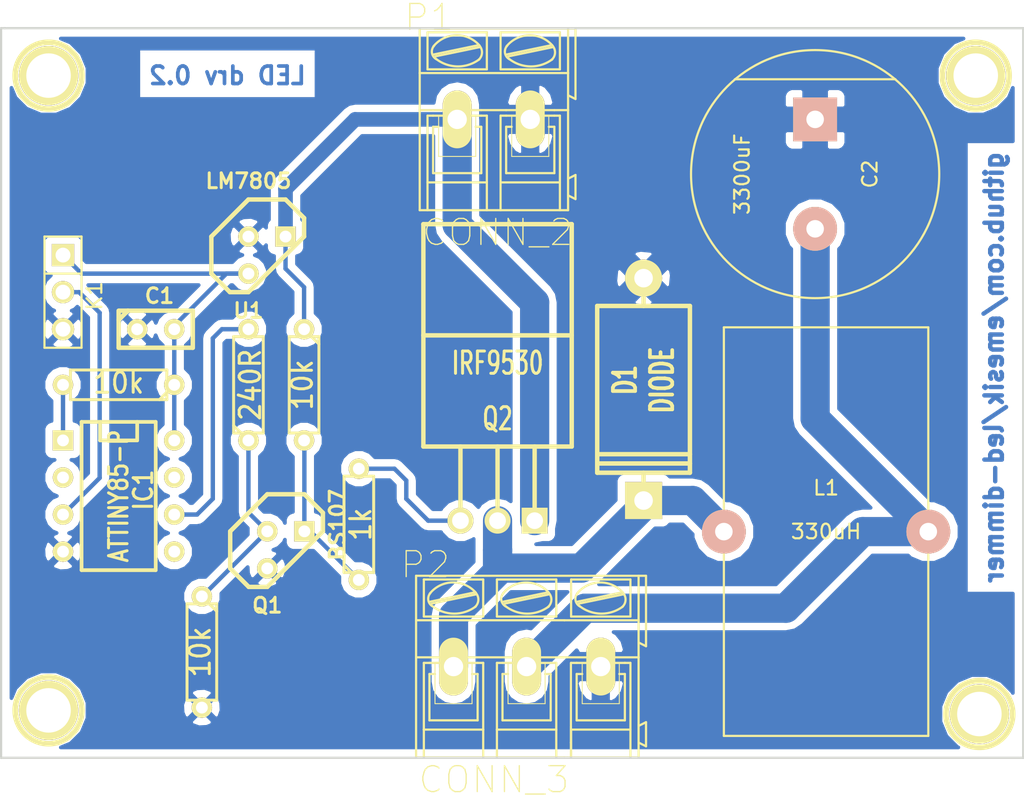
<source format=kicad_pcb>
(kicad_pcb (version 4) (host pcbnew "(2014-11-15 BZR 5288)-product")

  (general
    (links 29)
    (no_connects 0)
    (area 15.174999 12.33705 85.325001 67.83605)
    (thickness 1.6)
    (drawings 7)
    (tracks 57)
    (zones 0)
    (modules 20)
    (nets 15)
  )

  (page A4)
  (layers
    (0 F.Cu signal)
    (31 B.Cu signal)
    (32 B.Adhes user)
    (33 F.Adhes user)
    (34 B.Paste user)
    (35 F.Paste user)
    (36 B.SilkS user)
    (37 F.SilkS user)
    (38 B.Mask user)
    (39 F.Mask user)
    (40 Dwgs.User user)
    (41 Cmts.User user)
    (42 Eco1.User user)
    (43 Eco2.User user)
    (44 Edge.Cuts user)
  )

  (setup
    (last_trace_width 0.3)
    (user_trace_width 1)
    (user_trace_width 2)
    (user_trace_width 2.54)
    (trace_clearance 0.3)
    (zone_clearance 0.508)
    (zone_45_only no)
    (trace_min 0.3)
    (segment_width 0.2)
    (edge_width 0.15)
    (via_size 0.889)
    (via_drill 0.635)
    (via_min_size 0.889)
    (via_min_drill 0.508)
    (uvia_size 0.508)
    (uvia_drill 0.127)
    (uvias_allowed no)
    (uvia_min_size 0.508)
    (uvia_min_drill 0.127)
    (pcb_text_width 0.3)
    (pcb_text_size 1 1)
    (mod_edge_width 0.15)
    (mod_text_size 1 1)
    (mod_text_width 0.15)
    (pad_size 3 3)
    (pad_drill 1.2)
    (pad_to_mask_clearance 0)
    (aux_axis_origin 0 0)
    (visible_elements FFFFFFBF)
    (pcbplotparams
      (layerselection 0x00000_80000000)
      (usegerberextensions false)
      (excludeedgelayer true)
      (linewidth 0.150000)
      (plotframeref false)
      (viasonmask false)
      (mode 1)
      (useauxorigin false)
      (hpglpennumber 1)
      (hpglpenspeed 20)
      (hpglpendiameter 15)
      (hpglpenoverlay 2)
      (psnegative false)
      (psa4output false)
      (plotreference true)
      (plotvalue true)
      (plotinvisibletext false)
      (padsonsilk false)
      (subtractmaskfromsilk false)
      (outputformat 4)
      (mirror false)
      (drillshape 1)
      (scaleselection 1)
      (outputdirectory ""))
  )

  (net 0 "")
  (net 1 +12V)
  (net 2 GND)
  (net 3 POT)
  (net 4 PWM)
  (net 5 "Net-(C1-Pad2)")
  (net 6 "Net-(IC1-Pad1)")
  (net 7 "Net-(IC1-Pad2)")
  (net 8 "Net-(IC1-Pad5)")
  (net 9 "Net-(IC1-Pad7)")
  (net 10 "Net-(Q1-PadD)")
  (net 11 "Net-(Q1-PadG)")
  (net 12 "Net-(Q2-PadG)")
  (net 13 LED_filter)
  (net 14 LED_nofilter)

  (net_class Default "This is the default net class."
    (clearance 0.3)
    (trace_width 0.3)
    (via_dia 0.889)
    (via_drill 0.635)
    (uvia_dia 0.508)
    (uvia_drill 0.127)
    (add_net +12V)
    (add_net GND)
    (add_net LED_filter)
    (add_net LED_nofilter)
    (add_net "Net-(C1-Pad2)")
    (add_net "Net-(IC1-Pad1)")
    (add_net "Net-(IC1-Pad2)")
    (add_net "Net-(IC1-Pad5)")
    (add_net "Net-(IC1-Pad7)")
    (add_net "Net-(Q1-PadD)")
    (add_net "Net-(Q1-PadG)")
    (add_net "Net-(Q2-PadG)")
    (add_net POT)
    (add_net PWM)
  )

  (module TO220GDS (layer F.Cu) (tedit 546A21B4) (tstamp 5458A52C)
    (at 49.25 48.5 90)
    (descr "Transistor VMOS Irf530, TO220")
    (tags "TR TO220 DEV")
    (path /53B81717)
    (fp_text reference Q2 (at 6.985 0 180) (layer F.SilkS)
      (effects (font (size 1.524 1.016) (thickness 0.2032)))
    )
    (fp_text value IRF9530 (at 10.795 0 360) (layer F.SilkS)
      (effects (font (size 1.524 1.016) (thickness 0.2032)))
    )
    (fp_line (start 0 -2.54) (end 5.08 -2.54) (layer F.SilkS) (width 0.3048))
    (fp_line (start 0 0) (end 5.08 0) (layer F.SilkS) (width 0.3048))
    (fp_line (start 0 2.54) (end 5.08 2.54) (layer F.SilkS) (width 0.3048))
    (fp_line (start 5.08 -5.08) (end 20.32 -5.08) (layer F.SilkS) (width 0.3048))
    (fp_line (start 20.32 -5.08) (end 20.32 5.08) (layer F.SilkS) (width 0.3048))
    (fp_line (start 20.32 5.08) (end 5.08 5.08) (layer F.SilkS) (width 0.3048))
    (fp_line (start 5.08 5.08) (end 5.08 -5.08) (layer F.SilkS) (width 0.3048))
    (fp_line (start 12.7 5.08) (end 12.7 -5.08) (layer F.SilkS) (width 0.3048))
    (pad G thru_hole circle (at 0 -2.54 90) (size 1.778 1.778) (drill 1.143) (layers *.Cu *.Mask F.SilkS)
      (net 12 "Net-(Q2-PadG)"))
    (pad D thru_hole circle (at 0 0 90) (size 1.778 1.778) (drill 1.143) (layers *.Cu *.Mask F.SilkS)
      (net 14 LED_nofilter))
    (pad S thru_hole rect (at 0 2.54 90) (size 1.778 1.778) (drill 1.143) (layers *.Cu *.Mask F.SilkS)
      (net 1 +12V))
    (model discret/to220_horiz.wrl
      (at (xyz 0 0 0))
      (scale (xyz 1 1 1))
      (rotate (xyz 0 0 0))
    )
  )

  (module TO92 (layer F.Cu) (tedit 5458A6A2) (tstamp 5458A51C)
    (at 33.46 30.3)
    (descr "Transistor TO92 brochage type BC237")
    (tags "TR TO92")
    (path /53B6F437)
    (fp_text reference U1 (at -1.27 3.81) (layer F.SilkS)
      (effects (font (size 1.016 1.016) (thickness 0.2032)))
    )
    (fp_text value LM7805 (at -1.27 -5.08) (layer F.SilkS)
      (effects (font (size 1.016 1.016) (thickness 0.2032)))
    )
    (fp_line (start -1.27 2.54) (end 2.54 -1.27) (layer F.SilkS) (width 0.3048))
    (fp_line (start 2.54 -1.27) (end 2.54 -2.54) (layer F.SilkS) (width 0.3048))
    (fp_line (start 2.54 -2.54) (end 1.27 -3.81) (layer F.SilkS) (width 0.3048))
    (fp_line (start 1.27 -3.81) (end -1.27 -3.81) (layer F.SilkS) (width 0.3048))
    (fp_line (start -1.27 -3.81) (end -3.81 -1.27) (layer F.SilkS) (width 0.3048))
    (fp_line (start -3.81 -1.27) (end -3.81 1.27) (layer F.SilkS) (width 0.3048))
    (fp_line (start -3.81 1.27) (end -2.54 2.54) (layer F.SilkS) (width 0.3048))
    (fp_line (start -2.54 2.54) (end -1.27 2.54) (layer F.SilkS) (width 0.3048))
    (pad VI thru_hole rect (at 1.27 -1.27) (size 1.397 1.397) (drill 0.8128) (layers *.Cu *.Mask F.SilkS)
      (net 1 +12V))
    (pad GND thru_hole circle (at -1.27 -1.27) (size 1.397 1.397) (drill 0.8128) (layers *.Cu *.Mask F.SilkS)
      (net 2 GND))
    (pad VO thru_hole circle (at -1.27 1.27) (size 1.397 1.397) (drill 0.8128) (layers *.Cu *.Mask F.SilkS)
      (net 5 "Net-(C1-Pad2)"))
    (model discret/to98.wrl
      (at (xyz 0 0 0))
      (scale (xyz 1 1 1))
      (rotate (xyz 0 0 0))
    )
  )

  (module TO92DGS (layer F.Cu) (tedit 5464CE1E) (tstamp 5458A50D)
    (at 34.75 50.5)
    (descr "Transistor TO92 brochage type BC237")
    (tags "TR TO92")
    (path /54589D34)
    (fp_text reference Q1 (at -1.27 3.81) (layer F.SilkS)
      (effects (font (size 1.016 1.016) (thickness 0.2032)))
    )
    (fp_text value BS107 (at 3.53 -1.72 90) (layer F.SilkS)
      (effects (font (size 1.016 1.016) (thickness 0.2032)))
    )
    (fp_line (start -1.27 2.54) (end 2.54 -1.27) (layer F.SilkS) (width 0.3048))
    (fp_line (start 2.54 -1.27) (end 2.54 -2.54) (layer F.SilkS) (width 0.3048))
    (fp_line (start 2.54 -2.54) (end 1.27 -3.81) (layer F.SilkS) (width 0.3048))
    (fp_line (start 1.27 -3.81) (end -1.27 -3.81) (layer F.SilkS) (width 0.3048))
    (fp_line (start -1.27 -3.81) (end -3.81 -1.27) (layer F.SilkS) (width 0.3048))
    (fp_line (start -3.81 -1.27) (end -3.81 1.27) (layer F.SilkS) (width 0.3048))
    (fp_line (start -3.81 1.27) (end -2.54 2.54) (layer F.SilkS) (width 0.3048))
    (fp_line (start -2.54 2.54) (end -1.27 2.54) (layer F.SilkS) (width 0.3048))
    (pad D thru_hole rect (at 1.27 -1.27) (size 1.397 1.397) (drill 0.8128) (layers *.Cu *.Mask F.SilkS)
      (net 10 "Net-(Q1-PadD)"))
    (pad G thru_hole circle (at -1.27 -1.27) (size 1.397 1.397) (drill 0.8128) (layers *.Cu *.Mask F.SilkS)
      (net 11 "Net-(Q1-PadG)"))
    (pad S thru_hole circle (at -1.27 1.27) (size 1.397 1.397) (drill 0.8128) (layers *.Cu *.Mask F.SilkS)
      (net 2 GND))
    (model discret/to98.wrl
      (at (xyz 0 0 0))
      (scale (xyz 1 1 1))
      (rotate (xyz 0 0 0))
    )
  )

  (module R3 (layer F.Cu) (tedit 4E4C0E65) (tstamp 5458A53A)
    (at 23.3 39.19 180)
    (descr "Resitance 3 pas")
    (tags R)
    (path /53B6F5D5)
    (autoplace_cost180 10)
    (fp_text reference R10 (at 0 0.127 180) (layer F.SilkS) hide
      (effects (font (size 1.397 1.27) (thickness 0.2032)))
    )
    (fp_text value 10k (at 0 0.127 180) (layer F.SilkS)
      (effects (font (size 1.397 1.27) (thickness 0.2032)))
    )
    (fp_line (start -3.81 0) (end -3.302 0) (layer F.SilkS) (width 0.2032))
    (fp_line (start 3.81 0) (end 3.302 0) (layer F.SilkS) (width 0.2032))
    (fp_line (start 3.302 0) (end 3.302 -1.016) (layer F.SilkS) (width 0.2032))
    (fp_line (start 3.302 -1.016) (end -3.302 -1.016) (layer F.SilkS) (width 0.2032))
    (fp_line (start -3.302 -1.016) (end -3.302 1.016) (layer F.SilkS) (width 0.2032))
    (fp_line (start -3.302 1.016) (end 3.302 1.016) (layer F.SilkS) (width 0.2032))
    (fp_line (start 3.302 1.016) (end 3.302 0) (layer F.SilkS) (width 0.2032))
    (fp_line (start -3.302 -0.508) (end -2.794 -1.016) (layer F.SilkS) (width 0.2032))
    (pad 1 thru_hole circle (at -3.81 0 180) (size 1.397 1.397) (drill 0.8128) (layers *.Cu *.Mask F.SilkS)
      (net 5 "Net-(C1-Pad2)"))
    (pad 2 thru_hole circle (at 3.81 0 180) (size 1.397 1.397) (drill 0.8128) (layers *.Cu *.Mask F.SilkS)
      (net 6 "Net-(IC1-Pad1)"))
    (model discret/resistor.wrl
      (at (xyz 0 0 0))
      (scale (xyz 0.3 0.3 0.3))
      (rotate (xyz 0 0 0))
    )
  )

  (module R3 (layer F.Cu) (tedit 4E4C0E65) (tstamp 546D0510)
    (at 36 39.19 270)
    (descr "Resitance 3 pas")
    (tags R)
    (path /53B817CC)
    (autoplace_cost180 10)
    (fp_text reference R4 (at 0 0.127 270) (layer F.SilkS) hide
      (effects (font (size 1.397 1.27) (thickness 0.2032)))
    )
    (fp_text value 10k (at 0 0.127 270) (layer F.SilkS)
      (effects (font (size 1.397 1.27) (thickness 0.2032)))
    )
    (fp_line (start -3.81 0) (end -3.302 0) (layer F.SilkS) (width 0.2032))
    (fp_line (start 3.81 0) (end 3.302 0) (layer F.SilkS) (width 0.2032))
    (fp_line (start 3.302 0) (end 3.302 -1.016) (layer F.SilkS) (width 0.2032))
    (fp_line (start 3.302 -1.016) (end -3.302 -1.016) (layer F.SilkS) (width 0.2032))
    (fp_line (start -3.302 -1.016) (end -3.302 1.016) (layer F.SilkS) (width 0.2032))
    (fp_line (start -3.302 1.016) (end 3.302 1.016) (layer F.SilkS) (width 0.2032))
    (fp_line (start 3.302 1.016) (end 3.302 0) (layer F.SilkS) (width 0.2032))
    (fp_line (start -3.302 -0.508) (end -2.794 -1.016) (layer F.SilkS) (width 0.2032))
    (pad 1 thru_hole circle (at -3.81 0 270) (size 1.397 1.397) (drill 0.8128) (layers *.Cu *.Mask F.SilkS)
      (net 1 +12V))
    (pad 2 thru_hole circle (at 3.81 0 270) (size 1.397 1.397) (drill 0.8128) (layers *.Cu *.Mask F.SilkS)
      (net 10 "Net-(Q1-PadD)"))
    (model discret/resistor.wrl
      (at (xyz 0 0 0))
      (scale (xyz 0.3 0.3 0.3))
      (rotate (xyz 0 0 0))
    )
  )

  (module R3 (layer F.Cu) (tedit 4E4C0E65) (tstamp 5458A556)
    (at 39.75 48.75 90)
    (descr "Resitance 3 pas")
    (tags R)
    (path /53B81834)
    (autoplace_cost180 10)
    (fp_text reference R1 (at 0 0.127 90) (layer F.SilkS) hide
      (effects (font (size 1.397 1.27) (thickness 0.2032)))
    )
    (fp_text value 1k (at 0 0.127 90) (layer F.SilkS)
      (effects (font (size 1.397 1.27) (thickness 0.2032)))
    )
    (fp_line (start -3.81 0) (end -3.302 0) (layer F.SilkS) (width 0.2032))
    (fp_line (start 3.81 0) (end 3.302 0) (layer F.SilkS) (width 0.2032))
    (fp_line (start 3.302 0) (end 3.302 -1.016) (layer F.SilkS) (width 0.2032))
    (fp_line (start 3.302 -1.016) (end -3.302 -1.016) (layer F.SilkS) (width 0.2032))
    (fp_line (start -3.302 -1.016) (end -3.302 1.016) (layer F.SilkS) (width 0.2032))
    (fp_line (start -3.302 1.016) (end 3.302 1.016) (layer F.SilkS) (width 0.2032))
    (fp_line (start 3.302 1.016) (end 3.302 0) (layer F.SilkS) (width 0.2032))
    (fp_line (start -3.302 -0.508) (end -2.794 -1.016) (layer F.SilkS) (width 0.2032))
    (pad 1 thru_hole circle (at -3.81 0 90) (size 1.397 1.397) (drill 0.8128) (layers *.Cu *.Mask F.SilkS)
      (net 10 "Net-(Q1-PadD)"))
    (pad 2 thru_hole circle (at 3.81 0 90) (size 1.397 1.397) (drill 0.8128) (layers *.Cu *.Mask F.SilkS)
      (net 12 "Net-(Q2-PadG)"))
    (model discret/resistor.wrl
      (at (xyz 0 0 0))
      (scale (xyz 0.3 0.3 0.3))
      (rotate (xyz 0 0 0))
    )
  )

  (module R3 (layer F.Cu) (tedit 4E4C0E65) (tstamp 5458A564)
    (at 29 57.5 270)
    (descr "Resitance 3 pas")
    (tags R)
    (path /53B8196D)
    (autoplace_cost180 10)
    (fp_text reference R3 (at 0 0.127 270) (layer F.SilkS) hide
      (effects (font (size 1.397 1.27) (thickness 0.2032)))
    )
    (fp_text value 10k (at 0 0.127 270) (layer F.SilkS)
      (effects (font (size 1.397 1.27) (thickness 0.2032)))
    )
    (fp_line (start -3.81 0) (end -3.302 0) (layer F.SilkS) (width 0.2032))
    (fp_line (start 3.81 0) (end 3.302 0) (layer F.SilkS) (width 0.2032))
    (fp_line (start 3.302 0) (end 3.302 -1.016) (layer F.SilkS) (width 0.2032))
    (fp_line (start 3.302 -1.016) (end -3.302 -1.016) (layer F.SilkS) (width 0.2032))
    (fp_line (start -3.302 -1.016) (end -3.302 1.016) (layer F.SilkS) (width 0.2032))
    (fp_line (start -3.302 1.016) (end 3.302 1.016) (layer F.SilkS) (width 0.2032))
    (fp_line (start 3.302 1.016) (end 3.302 0) (layer F.SilkS) (width 0.2032))
    (fp_line (start -3.302 -0.508) (end -2.794 -1.016) (layer F.SilkS) (width 0.2032))
    (pad 1 thru_hole circle (at -3.81 0 270) (size 1.397 1.397) (drill 0.8128) (layers *.Cu *.Mask F.SilkS)
      (net 11 "Net-(Q1-PadG)"))
    (pad 2 thru_hole circle (at 3.81 0 270) (size 1.397 1.397) (drill 0.8128) (layers *.Cu *.Mask F.SilkS)
      (net 2 GND))
    (model discret/resistor.wrl
      (at (xyz 0 0 0))
      (scale (xyz 0.3 0.3 0.3))
      (rotate (xyz 0 0 0))
    )
  )

  (module R3 (layer F.Cu) (tedit 4E4C0E65) (tstamp 546D0501)
    (at 32.19 39.19 90)
    (descr "Resitance 3 pas")
    (tags R)
    (path /53B81E45)
    (autoplace_cost180 10)
    (fp_text reference R2 (at 0 0.127 90) (layer F.SilkS) hide
      (effects (font (size 1.397 1.27) (thickness 0.2032)))
    )
    (fp_text value 240R (at 0 0.127 90) (layer F.SilkS)
      (effects (font (size 1.397 1.27) (thickness 0.2032)))
    )
    (fp_line (start -3.81 0) (end -3.302 0) (layer F.SilkS) (width 0.2032))
    (fp_line (start 3.81 0) (end 3.302 0) (layer F.SilkS) (width 0.2032))
    (fp_line (start 3.302 0) (end 3.302 -1.016) (layer F.SilkS) (width 0.2032))
    (fp_line (start 3.302 -1.016) (end -3.302 -1.016) (layer F.SilkS) (width 0.2032))
    (fp_line (start -3.302 -1.016) (end -3.302 1.016) (layer F.SilkS) (width 0.2032))
    (fp_line (start -3.302 1.016) (end 3.302 1.016) (layer F.SilkS) (width 0.2032))
    (fp_line (start 3.302 1.016) (end 3.302 0) (layer F.SilkS) (width 0.2032))
    (fp_line (start -3.302 -0.508) (end -2.794 -1.016) (layer F.SilkS) (width 0.2032))
    (pad 1 thru_hole circle (at -3.81 0 90) (size 1.397 1.397) (drill 0.8128) (layers *.Cu *.Mask F.SilkS)
      (net 11 "Net-(Q1-PadG)"))
    (pad 2 thru_hole circle (at 3.81 0 90) (size 1.397 1.397) (drill 0.8128) (layers *.Cu *.Mask F.SilkS)
      (net 4 PWM))
    (model discret/resistor.wrl
      (at (xyz 0 0 0))
      (scale (xyz 0.3 0.3 0.3))
      (rotate (xyz 0 0 0))
    )
  )

  (module DIP-8__300 (layer F.Cu) (tedit 5464CE11) (tstamp 5458A591)
    (at 23.3 46.81 270)
    (descr "8 pins DIL package, round pads")
    (tags DIL)
    (path /53BB445F)
    (fp_text reference IC1 (at -0.41 -1.69 270) (layer F.SilkS)
      (effects (font (size 1.27 1.143) (thickness 0.2032)))
    )
    (fp_text value ATTINY85-P (at 0 0 270) (layer F.SilkS)
      (effects (font (size 1.27 1.016) (thickness 0.2032)))
    )
    (fp_line (start -5.08 -1.27) (end -3.81 -1.27) (layer F.SilkS) (width 0.254))
    (fp_line (start -3.81 -1.27) (end -3.81 1.27) (layer F.SilkS) (width 0.254))
    (fp_line (start -3.81 1.27) (end -5.08 1.27) (layer F.SilkS) (width 0.254))
    (fp_line (start -5.08 -2.54) (end 5.08 -2.54) (layer F.SilkS) (width 0.254))
    (fp_line (start 5.08 -2.54) (end 5.08 2.54) (layer F.SilkS) (width 0.254))
    (fp_line (start 5.08 2.54) (end -5.08 2.54) (layer F.SilkS) (width 0.254))
    (fp_line (start -5.08 2.54) (end -5.08 -2.54) (layer F.SilkS) (width 0.254))
    (pad 1 thru_hole rect (at -3.81 3.81 270) (size 1.397 1.397) (drill 0.8128) (layers *.Cu *.Mask F.SilkS)
      (net 6 "Net-(IC1-Pad1)"))
    (pad 2 thru_hole circle (at -1.27 3.81 270) (size 1.397 1.397) (drill 0.8128) (layers *.Cu *.Mask F.SilkS)
      (net 7 "Net-(IC1-Pad2)"))
    (pad 3 thru_hole circle (at 1.27 3.81 270) (size 1.397 1.397) (drill 0.8128) (layers *.Cu *.Mask F.SilkS)
      (net 3 POT))
    (pad 4 thru_hole circle (at 3.81 3.81 270) (size 1.397 1.397) (drill 0.8128) (layers *.Cu *.Mask F.SilkS)
      (net 2 GND))
    (pad 5 thru_hole circle (at 3.81 -3.81 270) (size 1.397 1.397) (drill 0.8128) (layers *.Cu *.Mask F.SilkS)
      (net 8 "Net-(IC1-Pad5)"))
    (pad 6 thru_hole circle (at 1.27 -3.81 270) (size 1.397 1.397) (drill 0.8128) (layers *.Cu *.Mask F.SilkS)
      (net 4 PWM))
    (pad 7 thru_hole circle (at -1.27 -3.81 270) (size 1.397 1.397) (drill 0.8128) (layers *.Cu *.Mask F.SilkS)
      (net 9 "Net-(IC1-Pad7)"))
    (pad 8 thru_hole circle (at -3.81 -3.81 270) (size 1.397 1.397) (drill 0.8128) (layers *.Cu *.Mask F.SilkS)
      (net 5 "Net-(C1-Pad2)"))
    (model dil/dil_8.wrl
      (at (xyz 0 0 0))
      (scale (xyz 1 1 1))
      (rotate (xyz 0 0 0))
    )
  )

  (module PIN_ARRAY_3X1 (layer F.Cu) (tedit 4C1130E0) (tstamp 5458B4D8)
    (at 19.49 32.84 270)
    (descr "Connecteur 3 pins")
    (tags "CONN DEV")
    (path /54589544)
    (fp_text reference K1 (at 0.254 -2.159 270) (layer F.SilkS)
      (effects (font (size 1.016 1.016) (thickness 0.1524)))
    )
    (fp_text value CONN_3 (at 0 -2.159 270) (layer F.SilkS) hide
      (effects (font (size 1.016 1.016) (thickness 0.1524)))
    )
    (fp_line (start -3.81 1.27) (end -3.81 -1.27) (layer F.SilkS) (width 0.1524))
    (fp_line (start -3.81 -1.27) (end 3.81 -1.27) (layer F.SilkS) (width 0.1524))
    (fp_line (start 3.81 -1.27) (end 3.81 1.27) (layer F.SilkS) (width 0.1524))
    (fp_line (start 3.81 1.27) (end -3.81 1.27) (layer F.SilkS) (width 0.1524))
    (fp_line (start -1.27 -1.27) (end -1.27 1.27) (layer F.SilkS) (width 0.1524))
    (pad 1 thru_hole rect (at -2.54 0 270) (size 1.524 1.524) (drill 1.016) (layers *.Cu *.Mask F.SilkS)
      (net 5 "Net-(C1-Pad2)"))
    (pad 2 thru_hole circle (at 0 0 270) (size 1.524 1.524) (drill 1.016) (layers *.Cu *.Mask F.SilkS)
      (net 3 POT))
    (pad 3 thru_hole circle (at 2.54 0 270) (size 1.524 1.524) (drill 1.016) (layers *.Cu *.Mask F.SilkS)
      (net 2 GND))
    (model pin_array/pins_array_3x1.wrl
      (at (xyz 0 0 0))
      (scale (xyz 1 1 1))
      (rotate (xyz 0 0 0))
    )
  )

  (module DTP-23 (layer F.Cu) (tedit 546D02D1) (tstamp 5458B4E4)
    (at 71.75 49.25)
    (path /53B7D1F6)
    (fp_text reference L1 (at 0 -3) (layer F.SilkS)
      (effects (font (size 1 1) (thickness 0.15)))
    )
    (fp_text value 330uH (at 0 0 180) (layer F.SilkS)
      (effects (font (size 1 1) (thickness 0.15)))
    )
    (fp_line (start -7 0) (end -7 -14) (layer F.SilkS) (width 0.15))
    (fp_line (start -7 -14) (end 7 -14) (layer F.SilkS) (width 0.15))
    (fp_line (start 7 -14) (end 7 0) (layer F.SilkS) (width 0.15))
    (fp_line (start 7 0) (end 7 14) (layer F.SilkS) (width 0.15))
    (fp_line (start 7 14) (end -7 14) (layer F.SilkS) (width 0.15))
    (fp_line (start -7 14) (end -7 0) (layer F.SilkS) (width 0.15))
    (pad 1 thru_hole circle (at -7 0) (size 3 3) (drill 1.2) (layers *.Cu *.SilkS *.Mask)
      (net 14 LED_nofilter))
    (pad 2 thru_hole circle (at 7 0) (size 3 3) (drill 1.2) (layers *.Cu *.SilkS *.Mask)
      (net 13 LED_filter))
  )

  (module D6 (layer F.Cu) (tedit 546D06B7) (tstamp 5458B4F2)
    (at 59.25 39.5 270)
    (descr "Diode 6 pas")
    (tags DIODE)
    (path /53B8172D)
    (fp_text reference D1 (at -0.635 1.27 270) (layer F.SilkS)
      (effects (font (size 1.524 1.016) (thickness 0.3048)))
    )
    (fp_text value DIODE (at -0.635 -1.27 270) (layer F.SilkS)
      (effects (font (size 1.524 1.016) (thickness 0.3048)))
    )
    (fp_line (start -5.715 -3.175) (end -5.715 3.175) (layer F.SilkS) (width 0.3048))
    (fp_line (start -5.715 3.175) (end 5.715 3.175) (layer F.SilkS) (width 0.3048))
    (fp_line (start 5.715 3.175) (end 5.715 -3.175) (layer F.SilkS) (width 0.3048))
    (fp_line (start 5.715 -3.175) (end -5.715 -3.175) (layer F.SilkS) (width 0.3048))
    (fp_line (start 5.08 -3.175) (end 5.08 3.175) (layer F.SilkS) (width 0.3048))
    (fp_line (start 4.445 3.175) (end 4.445 -3.175) (layer F.SilkS) (width 0.3048))
    (fp_line (start 5.715 0) (end 7.62 0) (layer F.SilkS) (width 0.3048))
    (fp_line (start -5.715 0) (end -7.62 0) (layer F.SilkS) (width 0.3048))
    (pad 1 thru_hole circle (at -7.62 0 270) (size 2.54 2.54) (drill 1.27) (layers *.Cu *.Mask F.SilkS)
      (net 2 GND) (zone_connect 1) (thermal_width 2))
    (pad 2 thru_hole rect (at 7.62 0 270) (size 2.54 2.54) (drill 1.27) (layers *.Cu *.Mask F.SilkS)
      (net 14 LED_nofilter))
    (model discret/diode.wrl
      (at (xyz 0 0 0))
      (scale (xyz 0.6 0.6 0.6))
      (rotate (xyz 0 0 0))
    )
  )

  (module C1 (layer F.Cu) (tedit 3F92C496) (tstamp 5458B83E)
    (at 25.84 35.38)
    (descr "Condensateur e = 1 pas")
    (tags C)
    (path /53B6F594)
    (fp_text reference C1 (at 0.254 -2.286) (layer F.SilkS)
      (effects (font (size 1.016 1.016) (thickness 0.2032)))
    )
    (fp_text value 100n (at 0 -2.286) (layer F.SilkS) hide
      (effects (font (size 1.016 1.016) (thickness 0.2032)))
    )
    (fp_line (start -2.4892 -1.27) (end 2.54 -1.27) (layer F.SilkS) (width 0.3048))
    (fp_line (start 2.54 -1.27) (end 2.54 1.27) (layer F.SilkS) (width 0.3048))
    (fp_line (start 2.54 1.27) (end -2.54 1.27) (layer F.SilkS) (width 0.3048))
    (fp_line (start -2.54 1.27) (end -2.54 -1.27) (layer F.SilkS) (width 0.3048))
    (fp_line (start -2.54 -0.635) (end -1.905 -1.27) (layer F.SilkS) (width 0.3048))
    (pad 1 thru_hole circle (at -1.27 0) (size 1.397 1.397) (drill 0.8128) (layers *.Cu *.Mask F.SilkS)
      (net 2 GND))
    (pad 2 thru_hole circle (at 1.27 0) (size 1.397 1.397) (drill 0.8128) (layers *.Cu *.Mask F.SilkS)
      (net 5 "Net-(C1-Pad2)"))
    (model discret/capa_1_pas.wrl
      (at (xyz 0 0 0))
      (scale (xyz 1 1 1))
      (rotate (xyz 0 0 0))
    )
  )

  (module C17mm (layer F.Cu) (tedit 546D06BD) (tstamp 5458B938)
    (at 71 24.75 270)
    (path /53B6F4DC)
    (fp_text reference C2 (at 0 -3.75 270) (layer F.SilkS)
      (effects (font (size 1 1) (thickness 0.15)))
    )
    (fp_text value 3300uF (at 0 5 270) (layer F.SilkS)
      (effects (font (size 1 1) (thickness 0.15)))
    )
    (fp_line (start -6.5 -5.5) (end -6.5 5.5) (layer F.SilkS) (width 0.15))
    (fp_circle (center 0 0) (end 0 8.5) (layer F.SilkS) (width 0.15))
    (pad 2 thru_hole rect (at -3.75 0 270) (size 3 3) (drill 1.2) (layers *.Cu *.SilkS *.Mask)
      (net 2 GND) (zone_connect 1) (thermal_width 2))
    (pad 1 thru_hole circle (at 3.75 0 270) (size 3 3) (drill 1.2) (layers *.Cu *.SilkS *.Mask)
      (net 13 LED_filter))
  )

  (module 1pin (layer F.Cu) (tedit 5458BEAB) (tstamp 54591949)
    (at 18.5 18)
    (descr "module 1 pin (ou trou mecanique de percage)")
    (tags DEV)
    (path 1pin)
    (fp_text reference "" (at 0 -3.048) (layer F.SilkS)
      (effects (font (size 1.016 1.016) (thickness 0.254)))
    )
    (fp_text value "" (at 0 2.794) (layer F.SilkS) hide
      (effects (font (size 1.016 1.016) (thickness 0.254)))
    )
    (fp_circle (center 0 0) (end 0 -2.286) (layer F.SilkS) (width 0.381))
    (pad 1 thru_hole circle (at 0 0) (size 4.064 4.064) (drill 3.048) (layers *.Cu *.Mask F.SilkS))
  )

  (module 1pin (layer F.Cu) (tedit 5458BEB9) (tstamp 545917EF)
    (at 18.5 61.5)
    (descr "module 1 pin (ou trou mecanique de percage)")
    (tags DEV)
    (path 1pin)
    (autoplace_cost180 6)
    (fp_text reference "" (at 0 -3.048) (layer F.SilkS)
      (effects (font (size 1.016 1.016) (thickness 0.254)))
    )
    (fp_text value "" (at 0 2.794) (layer F.SilkS) hide
      (effects (font (size 1.016 1.016) (thickness 0.254)))
    )
    (fp_circle (center 0 0) (end 0 -2.286) (layer F.SilkS) (width 0.381))
    (pad 1 thru_hole circle (at 0 0) (size 4.064 4.064) (drill 3.048) (layers *.Cu *.Mask F.SilkS))
  )

  (module 1pin (layer F.Cu) (tedit 5458BE9B) (tstamp 545917FA)
    (at 82.25 61.75)
    (descr "module 1 pin (ou trou mecanique de percage)")
    (tags DEV)
    (path 1pin)
    (autoplace_cost90 8)
    (fp_text reference "" (at 0 -3.048) (layer F.SilkS)
      (effects (font (size 1.016 1.016) (thickness 0.254)))
    )
    (fp_text value "" (at 0 2.794) (layer F.SilkS) hide
      (effects (font (size 1.016 1.016) (thickness 0.254)))
    )
    (fp_circle (center 0 0) (end 0 -2.286) (layer F.SilkS) (width 0.381))
    (pad 1 thru_hole circle (at 0 0) (size 4.064 4.064) (drill 3.048) (layers *.Cu *.Mask F.SilkS))
  )

  (module 1pin (layer F.Cu) (tedit 5458BEA2) (tstamp 54591805)
    (at 82 18)
    (descr "module 1 pin (ou trou mecanique de percage)")
    (tags DEV)
    (path 1pin)
    (fp_text reference "" (at 0 -3.048) (layer F.SilkS)
      (effects (font (size 1.016 1.016) (thickness 0.254)))
    )
    (fp_text value "" (at 0 2.794) (layer F.SilkS) hide
      (effects (font (size 1.016 1.016) (thickness 0.254)))
    )
    (fp_circle (center 0 0) (end 0 -2.286) (layer F.SilkS) (width 0.381))
    (pad 1 thru_hole circle (at 0 0) (size 4.064 4.064) (drill 3.048) (layers *.Cu *.Mask F.SilkS))
  )

  (module Connect:AK300-2 (layer F.Cu) (tedit 546D06B1) (tstamp 546D0111)
    (at 49 21)
    (descr CONNECTOR)
    (tags CONNECTOR)
    (path /54589691)
    (attr virtual)
    (fp_text reference P1 (at -4.445 -6.985) (layer F.SilkS)
      (effects (font (size 1.778 1.778) (thickness 0.0889)))
    )
    (fp_text value CONN_2 (at 0.254 7.747) (layer F.SilkS)
      (effects (font (size 1.778 1.778) (thickness 0.0889)))
    )
    (fp_line (start -3.7846 2.54) (end -1.2446 2.54) (layer F.SilkS) (width 0.06604))
    (fp_line (start -1.2446 2.54) (end -1.2446 -0.254) (layer F.SilkS) (width 0.06604))
    (fp_line (start -3.7846 -0.254) (end -1.2446 -0.254) (layer F.SilkS) (width 0.06604))
    (fp_line (start -3.7846 2.54) (end -3.7846 -0.254) (layer F.SilkS) (width 0.06604))
    (fp_line (start 1.2192 2.54) (end 3.7592 2.54) (layer F.SilkS) (width 0.06604))
    (fp_line (start 3.7592 2.54) (end 3.7592 -0.254) (layer F.SilkS) (width 0.06604))
    (fp_line (start 1.2192 -0.254) (end 3.7592 -0.254) (layer F.SilkS) (width 0.06604))
    (fp_line (start 1.2192 2.54) (end 1.2192 -0.254) (layer F.SilkS) (width 0.06604))
    (fp_line (start 5.08 -6.223) (end 5.08 -3.175) (layer F.SilkS) (width 0.1524))
    (fp_line (start 5.08 -6.223) (end -5.08 -6.223) (layer F.SilkS) (width 0.1524))
    (fp_line (start 5.08 -6.223) (end 5.588 -6.223) (layer F.SilkS) (width 0.1524))
    (fp_line (start 5.588 -6.223) (end 5.588 -1.397) (layer F.SilkS) (width 0.1524))
    (fp_line (start 5.588 -1.397) (end 5.08 -1.651) (layer F.SilkS) (width 0.1524))
    (fp_line (start 5.588 5.461) (end 5.08 5.207) (layer F.SilkS) (width 0.1524))
    (fp_line (start 5.08 5.207) (end 5.08 6.223) (layer F.SilkS) (width 0.1524))
    (fp_line (start 5.588 3.81) (end 5.08 4.064) (layer F.SilkS) (width 0.1524))
    (fp_line (start 5.08 4.064) (end 5.08 5.207) (layer F.SilkS) (width 0.1524))
    (fp_line (start 5.588 3.81) (end 5.588 5.461) (layer F.SilkS) (width 0.1524))
    (fp_line (start 0.4572 6.223) (end 0.4572 4.318) (layer F.SilkS) (width 0.1524))
    (fp_line (start 4.5212 -0.254) (end 4.5212 4.318) (layer F.SilkS) (width 0.1524))
    (fp_line (start 0.4572 6.223) (end 4.5212 6.223) (layer F.SilkS) (width 0.1524))
    (fp_line (start 4.5212 6.223) (end 5.08 6.223) (layer F.SilkS) (width 0.1524))
    (fp_line (start -0.4826 6.223) (end -0.4826 4.318) (layer F.SilkS) (width 0.1524))
    (fp_line (start -0.4826 6.223) (end 0.4572 6.223) (layer F.SilkS) (width 0.1524))
    (fp_line (start -4.5466 -0.254) (end -4.5466 4.318) (layer F.SilkS) (width 0.1524))
    (fp_line (start -5.08 6.223) (end -4.5466 6.223) (layer F.SilkS) (width 0.1524))
    (fp_line (start -4.5466 6.223) (end -0.4826 6.223) (layer F.SilkS) (width 0.1524))
    (fp_line (start 0.4572 4.318) (end 4.5212 4.318) (layer F.SilkS) (width 0.1524))
    (fp_line (start 0.4572 4.318) (end 0.4572 -0.254) (layer F.SilkS) (width 0.1524))
    (fp_line (start 4.5212 4.318) (end 4.5212 6.223) (layer F.SilkS) (width 0.1524))
    (fp_line (start -0.4826 4.318) (end -4.5466 4.318) (layer F.SilkS) (width 0.1524))
    (fp_line (start -0.4826 4.318) (end -0.4826 -0.254) (layer F.SilkS) (width 0.1524))
    (fp_line (start -4.5466 4.318) (end -4.5466 6.223) (layer F.SilkS) (width 0.1524))
    (fp_line (start 4.1402 3.683) (end 4.1402 0.508) (layer F.SilkS) (width 0.1524))
    (fp_line (start 4.1402 3.683) (end 0.8382 3.683) (layer F.SilkS) (width 0.1524))
    (fp_line (start 0.8382 3.683) (end 0.8382 0.508) (layer F.SilkS) (width 0.1524))
    (fp_line (start -0.8636 3.683) (end -0.8636 0.508) (layer F.SilkS) (width 0.1524))
    (fp_line (start -0.8636 3.683) (end -4.1656 3.683) (layer F.SilkS) (width 0.1524))
    (fp_line (start -4.1656 3.683) (end -4.1656 0.508) (layer F.SilkS) (width 0.1524))
    (fp_line (start -4.1656 0.508) (end -3.7846 0.508) (layer F.SilkS) (width 0.1524))
    (fp_line (start -0.8636 0.508) (end -1.2446 0.508) (layer F.SilkS) (width 0.1524))
    (fp_line (start 0.8382 0.508) (end 1.2192 0.508) (layer F.SilkS) (width 0.1524))
    (fp_line (start 4.1402 0.508) (end 3.7592 0.508) (layer F.SilkS) (width 0.1524))
    (fp_line (start -5.08 6.223) (end -5.08 -0.635) (layer F.SilkS) (width 0.1524))
    (fp_line (start -5.08 -0.635) (end -5.08 -3.175) (layer F.SilkS) (width 0.1524))
    (fp_line (start 5.08 -1.651) (end 5.08 -0.635) (layer F.SilkS) (width 0.1524))
    (fp_line (start 5.08 -0.635) (end 5.08 4.064) (layer F.SilkS) (width 0.1524))
    (fp_line (start -5.08 -3.175) (end 5.08 -3.175) (layer F.SilkS) (width 0.1524))
    (fp_line (start -5.08 -3.175) (end -5.08 -6.223) (layer F.SilkS) (width 0.1524))
    (fp_line (start 5.08 -3.175) (end 5.08 -1.651) (layer F.SilkS) (width 0.1524))
    (fp_line (start 0.4572 -3.429) (end 0.4572 -5.969) (layer F.SilkS) (width 0.1524))
    (fp_line (start 0.4572 -5.969) (end 4.5212 -5.969) (layer F.SilkS) (width 0.1524))
    (fp_line (start 4.5212 -5.969) (end 4.5212 -3.429) (layer F.SilkS) (width 0.1524))
    (fp_line (start 4.5212 -3.429) (end 0.4572 -3.429) (layer F.SilkS) (width 0.1524))
    (fp_line (start -0.4826 -3.429) (end -0.4826 -5.969) (layer F.SilkS) (width 0.1524))
    (fp_line (start -0.4826 -3.429) (end -4.5466 -3.429) (layer F.SilkS) (width 0.1524))
    (fp_line (start -4.5466 -3.429) (end -4.5466 -5.969) (layer F.SilkS) (width 0.1524))
    (fp_line (start -0.4826 -5.969) (end -4.5466 -5.969) (layer F.SilkS) (width 0.1524))
    (fp_line (start 0.8636 -4.445) (end 3.9116 -5.08) (layer F.SilkS) (width 0.1524))
    (fp_line (start 0.9906 -4.318) (end 4.0386 -4.953) (layer F.SilkS) (width 0.1524))
    (fp_line (start -4.1402 -4.445) (end -1.08966 -5.08) (layer F.SilkS) (width 0.1524))
    (fp_line (start -4.0132 -4.318) (end -0.9652 -4.953) (layer F.SilkS) (width 0.1524))
    (fp_line (start -4.5466 -0.254) (end -4.1656 -0.254) (layer F.SilkS) (width 0.1524))
    (fp_line (start -0.4826 -0.254) (end -0.8636 -0.254) (layer F.SilkS) (width 0.1524))
    (fp_line (start -0.8636 -0.254) (end -4.1656 -0.254) (layer F.SilkS) (width 0.1524))
    (fp_line (start -5.08 -0.635) (end -4.1656 -0.635) (layer F.SilkS) (width 0.1524))
    (fp_line (start -4.1656 -0.635) (end -0.8636 -0.635) (layer F.SilkS) (width 0.1524))
    (fp_line (start -0.8636 -0.635) (end 0.8382 -0.635) (layer F.SilkS) (width 0.1524))
    (fp_line (start 5.08 -0.635) (end 4.1402 -0.635) (layer F.SilkS) (width 0.1524))
    (fp_line (start 4.1402 -0.635) (end 0.8382 -0.635) (layer F.SilkS) (width 0.1524))
    (fp_line (start 4.5212 -0.254) (end 4.1402 -0.254) (layer F.SilkS) (width 0.1524))
    (fp_line (start 0.4572 -0.254) (end 0.8382 -0.254) (layer F.SilkS) (width 0.1524))
    (fp_line (start 0.8382 -0.254) (end 4.1402 -0.254) (layer F.SilkS) (width 0.1524))
    (fp_arc (start 3.5052 -4.59486) (end 4.01066 -5.05206) (angle 90.5) (layer F.SilkS) (width 0.1524))
    (fp_arc (start 2.54 -6.0706) (end 4.00304 -4.11734) (angle 75.5) (layer F.SilkS) (width 0.1524))
    (fp_arc (start 2.46126 -3.7084) (end 0.8636 -5.0038) (angle 100) (layer F.SilkS) (width 0.1524))
    (fp_arc (start 1.3462 -4.64566) (end 1.05664 -4.1275) (angle 104.2) (layer F.SilkS) (width 0.1524))
    (fp_arc (start -1.4986 -4.59486) (end -0.9906 -5.05206) (angle 90.5) (layer F.SilkS) (width 0.1524))
    (fp_arc (start -2.46126 -6.0706) (end -0.99822 -4.11734) (angle 75.5) (layer F.SilkS) (width 0.1524))
    (fp_arc (start -2.53746 -3.7084) (end -4.1402 -5.0038) (angle 100) (layer F.SilkS) (width 0.1524))
    (fp_arc (start -3.6576 -4.64566) (end -3.94462 -4.1275) (angle 104.2) (layer F.SilkS) (width 0.1524))
    (pad 1 thru_hole oval (at -2.5146 0) (size 1.9812 3.9624) (drill 1.3208) (layers *.Cu F.Paste F.SilkS F.Mask)
      (net 1 +12V))
    (pad 2 thru_hole oval (at 2.4892 0) (size 1.9812 3.9624) (drill 1.3208) (layers *.Cu F.Paste F.SilkS F.Mask)
      (net 2 GND) (zone_connect 1) (thermal_width 2))
  )

  (module local:AK300-3 (layer F.Cu) (tedit 546D069F) (tstamp 546D0118)
    (at 48.75 58.5)
    (descr CONNECTOR)
    (tags CONNECTOR)
    (path /546CFEA7)
    (attr virtual)
    (fp_text reference P2 (at -4.445 -6.985) (layer F.SilkS)
      (effects (font (size 1.778 1.778) (thickness 0.0889)))
    )
    (fp_text value CONN_3 (at 0.254 7.747) (layer F.SilkS)
      (effects (font (size 1.778 1.778) (thickness 0.0889)))
    )
    (fp_line (start 10.16 -0.635) (end -5.0165 -0.635) (layer F.SilkS) (width 0.15))
    (fp_line (start 5.5245 4.0005) (end 5.5245 -0.254) (layer F.SilkS) (width 0.15))
    (fp_line (start 9.5885 6.223) (end 5.08 6.223) (layer F.SilkS) (width 0.15))
    (fp_line (start 5.08 -3.175) (end 10.0965 -3.175) (layer F.SilkS) (width 0.15))
    (fp_line (start -5.08 -6.223) (end 10.16 -6.223) (layer F.SilkS) (width 0.15))
    (fp_arc (start 6.4262 -4.64566) (end 6.13664 -4.1275) (angle 104.2) (layer F.SilkS) (width 0.1524))
    (fp_arc (start 7.54126 -3.7084) (end 5.9436 -5.0038) (angle 100) (layer F.SilkS) (width 0.1524))
    (fp_arc (start 7.62 -6.0706) (end 9.08304 -4.11734) (angle 75.5) (layer F.SilkS) (width 0.1524))
    (fp_arc (start 8.5852 -4.59486) (end 9.09066 -5.05206) (angle 90.5) (layer F.SilkS) (width 0.1524))
    (fp_line (start 5.9182 -0.254) (end 9.2202 -0.254) (layer F.SilkS) (width 0.1524))
    (fp_line (start 5.5372 -0.254) (end 5.9182 -0.254) (layer F.SilkS) (width 0.1524))
    (fp_line (start 9.6012 -0.254) (end 9.2202 -0.254) (layer F.SilkS) (width 0.1524))
    (fp_line (start 6.0706 -4.318) (end 9.1186 -4.953) (layer F.SilkS) (width 0.1524))
    (fp_line (start 5.9436 -4.445) (end 8.9916 -5.08) (layer F.SilkS) (width 0.1524))
    (fp_line (start 9.6012 -3.429) (end 5.5372 -3.429) (layer F.SilkS) (width 0.1524))
    (fp_line (start 9.6012 -5.969) (end 9.6012 -3.429) (layer F.SilkS) (width 0.1524))
    (fp_line (start 5.5372 -5.969) (end 9.6012 -5.969) (layer F.SilkS) (width 0.1524))
    (fp_line (start 5.5372 -3.429) (end 5.5372 -5.969) (layer F.SilkS) (width 0.1524))
    (fp_line (start 10.16 -3.175) (end 10.16 -1.651) (layer F.SilkS) (width 0.1524))
    (fp_line (start 10.16 -0.635) (end 10.16 4.064) (layer F.SilkS) (width 0.1524))
    (fp_line (start 10.16 -1.651) (end 10.16 -0.635) (layer F.SilkS) (width 0.1524))
    (fp_line (start 9.2202 0.508) (end 8.8392 0.508) (layer F.SilkS) (width 0.1524))
    (fp_line (start 5.9182 0.508) (end 6.2992 0.508) (layer F.SilkS) (width 0.1524))
    (fp_line (start 5.9182 3.683) (end 5.9182 0.508) (layer F.SilkS) (width 0.1524))
    (fp_line (start 9.2202 3.683) (end 5.9182 3.683) (layer F.SilkS) (width 0.1524))
    (fp_line (start 9.2202 3.683) (end 9.2202 0.508) (layer F.SilkS) (width 0.1524))
    (fp_line (start 9.6012 4.318) (end 9.6012 6.223) (layer F.SilkS) (width 0.1524))
    (fp_line (start 5.5372 4.318) (end 9.6012 4.318) (layer F.SilkS) (width 0.1524))
    (fp_line (start 9.6012 6.223) (end 10.16 6.223) (layer F.SilkS) (width 0.1524))
    (fp_line (start 9.6012 -0.254) (end 9.6012 4.318) (layer F.SilkS) (width 0.1524))
    (fp_line (start 5.5372 6.223) (end 5.5372 4.318) (layer F.SilkS) (width 0.1524))
    (fp_line (start 10.668 3.81) (end 10.668 5.461) (layer F.SilkS) (width 0.1524))
    (fp_line (start 10.16 4.064) (end 10.16 5.207) (layer F.SilkS) (width 0.1524))
    (fp_line (start 10.668 3.81) (end 10.16 4.064) (layer F.SilkS) (width 0.1524))
    (fp_line (start 10.16 5.207) (end 10.16 6.223) (layer F.SilkS) (width 0.1524))
    (fp_line (start 10.668 5.461) (end 10.16 5.207) (layer F.SilkS) (width 0.1524))
    (fp_line (start 10.668 -1.397) (end 10.16 -1.651) (layer F.SilkS) (width 0.1524))
    (fp_line (start 10.668 -6.223) (end 10.668 -1.397) (layer F.SilkS) (width 0.1524))
    (fp_line (start 10.16 -6.223) (end 10.668 -6.223) (layer F.SilkS) (width 0.1524))
    (fp_line (start 10.16 -6.223) (end 10.16 -3.175) (layer F.SilkS) (width 0.1524))
    (fp_line (start 6.2992 2.54) (end 6.2992 -0.254) (layer F.SilkS) (width 0.06604))
    (fp_line (start 6.2992 -0.254) (end 8.8392 -0.254) (layer F.SilkS) (width 0.06604))
    (fp_line (start 8.8392 2.54) (end 8.8392 -0.254) (layer F.SilkS) (width 0.06604))
    (fp_line (start 6.2992 2.54) (end 8.8392 2.54) (layer F.SilkS) (width 0.06604))
    (fp_line (start -3.7846 2.54) (end -1.2446 2.54) (layer F.SilkS) (width 0.06604))
    (fp_line (start -1.2446 2.54) (end -1.2446 -0.254) (layer F.SilkS) (width 0.06604))
    (fp_line (start -3.7846 -0.254) (end -1.2446 -0.254) (layer F.SilkS) (width 0.06604))
    (fp_line (start -3.7846 2.54) (end -3.7846 -0.254) (layer F.SilkS) (width 0.06604))
    (fp_line (start 1.2192 2.54) (end 3.7592 2.54) (layer F.SilkS) (width 0.06604))
    (fp_line (start 3.7592 2.54) (end 3.7592 -0.254) (layer F.SilkS) (width 0.06604))
    (fp_line (start 1.2192 -0.254) (end 3.7592 -0.254) (layer F.SilkS) (width 0.06604))
    (fp_line (start 1.2192 2.54) (end 1.2192 -0.254) (layer F.SilkS) (width 0.06604))
    (fp_line (start 5.5245 5.207) (end 5.5245 6.223) (layer F.SilkS) (width 0.1524))
    (fp_line (start 5.5245 4.064) (end 5.5245 5.207) (layer F.SilkS) (width 0.1524))
    (fp_line (start 0.4572 6.223) (end 0.4572 4.318) (layer F.SilkS) (width 0.1524))
    (fp_line (start 4.5212 -0.254) (end 4.5212 4.318) (layer F.SilkS) (width 0.1524))
    (fp_line (start 0.4572 6.223) (end 4.5212 6.223) (layer F.SilkS) (width 0.1524))
    (fp_line (start 4.5212 6.223) (end 5.08 6.223) (layer F.SilkS) (width 0.1524))
    (fp_line (start -0.4826 6.223) (end -0.4826 4.318) (layer F.SilkS) (width 0.1524))
    (fp_line (start -0.4826 6.223) (end 0.4572 6.223) (layer F.SilkS) (width 0.1524))
    (fp_line (start -4.5466 -0.254) (end -4.5466 4.318) (layer F.SilkS) (width 0.1524))
    (fp_line (start -5.08 6.223) (end -4.5466 6.223) (layer F.SilkS) (width 0.1524))
    (fp_line (start -4.5466 6.223) (end -0.4826 6.223) (layer F.SilkS) (width 0.1524))
    (fp_line (start 0.4572 4.318) (end 4.5212 4.318) (layer F.SilkS) (width 0.1524))
    (fp_line (start 0.4572 4.318) (end 0.4572 -0.254) (layer F.SilkS) (width 0.1524))
    (fp_line (start 4.5212 4.318) (end 4.5212 6.223) (layer F.SilkS) (width 0.1524))
    (fp_line (start -0.4826 4.318) (end -4.5466 4.318) (layer F.SilkS) (width 0.1524))
    (fp_line (start -0.4826 4.318) (end -0.4826 -0.254) (layer F.SilkS) (width 0.1524))
    (fp_line (start -4.5466 4.318) (end -4.5466 6.223) (layer F.SilkS) (width 0.1524))
    (fp_line (start 4.1402 3.683) (end 4.1402 0.508) (layer F.SilkS) (width 0.1524))
    (fp_line (start 4.1402 3.683) (end 0.8382 3.683) (layer F.SilkS) (width 0.1524))
    (fp_line (start 0.8382 3.683) (end 0.8382 0.508) (layer F.SilkS) (width 0.1524))
    (fp_line (start -0.8636 3.683) (end -0.8636 0.508) (layer F.SilkS) (width 0.1524))
    (fp_line (start -0.8636 3.683) (end -4.1656 3.683) (layer F.SilkS) (width 0.1524))
    (fp_line (start -4.1656 3.683) (end -4.1656 0.508) (layer F.SilkS) (width 0.1524))
    (fp_line (start -4.1656 0.508) (end -3.7846 0.508) (layer F.SilkS) (width 0.1524))
    (fp_line (start -0.8636 0.508) (end -1.2446 0.508) (layer F.SilkS) (width 0.1524))
    (fp_line (start 0.8382 0.508) (end 1.2192 0.508) (layer F.SilkS) (width 0.1524))
    (fp_line (start 4.1402 0.508) (end 3.7592 0.508) (layer F.SilkS) (width 0.1524))
    (fp_line (start -5.08 6.223) (end -5.08 -0.635) (layer F.SilkS) (width 0.1524))
    (fp_line (start -5.08 -0.635) (end -5.08 -3.175) (layer F.SilkS) (width 0.1524))
    (fp_line (start -5.08 -3.175) (end 5.08 -3.175) (layer F.SilkS) (width 0.1524))
    (fp_line (start -5.08 -3.175) (end -5.08 -6.223) (layer F.SilkS) (width 0.1524))
    (fp_line (start 0.4572 -3.429) (end 0.4572 -5.969) (layer F.SilkS) (width 0.1524))
    (fp_line (start 0.4572 -5.969) (end 4.5212 -5.969) (layer F.SilkS) (width 0.1524))
    (fp_line (start 4.5212 -5.969) (end 4.5212 -3.429) (layer F.SilkS) (width 0.1524))
    (fp_line (start 4.5212 -3.429) (end 0.4572 -3.429) (layer F.SilkS) (width 0.1524))
    (fp_line (start -0.4826 -3.429) (end -0.4826 -5.969) (layer F.SilkS) (width 0.1524))
    (fp_line (start -0.4826 -3.429) (end -4.5466 -3.429) (layer F.SilkS) (width 0.1524))
    (fp_line (start -4.5466 -3.429) (end -4.5466 -5.969) (layer F.SilkS) (width 0.1524))
    (fp_line (start -0.4826 -5.969) (end -4.5466 -5.969) (layer F.SilkS) (width 0.1524))
    (fp_line (start 0.8636 -4.445) (end 3.9116 -5.08) (layer F.SilkS) (width 0.1524))
    (fp_line (start 0.9906 -4.318) (end 4.0386 -4.953) (layer F.SilkS) (width 0.1524))
    (fp_line (start -4.1402 -4.445) (end -1.08966 -5.08) (layer F.SilkS) (width 0.1524))
    (fp_line (start -4.0132 -4.318) (end -0.9652 -4.953) (layer F.SilkS) (width 0.1524))
    (fp_line (start -4.5466 -0.254) (end -4.1656 -0.254) (layer F.SilkS) (width 0.1524))
    (fp_line (start -0.4826 -0.254) (end -0.8636 -0.254) (layer F.SilkS) (width 0.1524))
    (fp_line (start -0.8636 -0.254) (end -4.1656 -0.254) (layer F.SilkS) (width 0.1524))
    (fp_line (start 4.5212 -0.254) (end 4.1402 -0.254) (layer F.SilkS) (width 0.1524))
    (fp_line (start 0.4572 -0.254) (end 0.8382 -0.254) (layer F.SilkS) (width 0.1524))
    (fp_line (start 0.8382 -0.254) (end 4.1402 -0.254) (layer F.SilkS) (width 0.1524))
    (fp_arc (start 3.5052 -4.59486) (end 4.01066 -5.05206) (angle 90.5) (layer F.SilkS) (width 0.1524))
    (fp_arc (start 2.54 -6.0706) (end 4.00304 -4.11734) (angle 75.5) (layer F.SilkS) (width 0.1524))
    (fp_arc (start 2.46126 -3.7084) (end 0.8636 -5.0038) (angle 100) (layer F.SilkS) (width 0.1524))
    (fp_arc (start 1.3462 -4.64566) (end 1.05664 -4.1275) (angle 104.2) (layer F.SilkS) (width 0.1524))
    (fp_arc (start -1.4986 -4.59486) (end -0.9906 -5.05206) (angle 90.5) (layer F.SilkS) (width 0.1524))
    (fp_arc (start -2.46126 -6.0706) (end -0.99822 -4.11734) (angle 75.5) (layer F.SilkS) (width 0.1524))
    (fp_arc (start -2.53746 -3.7084) (end -4.1402 -5.0038) (angle 100) (layer F.SilkS) (width 0.1524))
    (fp_arc (start -3.6576 -4.64566) (end -3.94462 -4.1275) (angle 104.2) (layer F.SilkS) (width 0.1524))
    (pad 3 thru_hole oval (at 7.5692 0) (size 1.9812 3.9624) (drill 1.3208) (layers *.Cu F.Paste F.SilkS F.Mask)
      (net 2 GND) (thermal_width 2))
    (pad 1 thru_hole oval (at -2.5146 0) (size 1.9812 3.9624) (drill 1.3208) (layers *.Cu F.Paste F.SilkS F.Mask)
      (net 14 LED_nofilter))
    (pad 2 thru_hole oval (at 2.4892 0) (size 1.9812 3.9624) (drill 1.3208) (layers *.Cu F.Paste F.SilkS F.Mask)
      (net 13 LED_filter))
  )

  (gr_text github.com/emesik/led-dimmer (at 83.25 38 90) (layer B.Cu)
    (effects (font (size 1.2 1.2) (thickness 0.3)) (justify mirror))
  )
  (gr_text "LED drv 0.2" (at 30.75 18) (layer B.Cu)
    (effects (font (size 1.2 1.2) (thickness 0.25)) (justify mirror))
  )
  (gr_line (start 15.25 14.75) (end 15.5 14.75) (angle 90) (layer Edge.Cuts) (width 0.15))
  (gr_line (start 15.25 64.75) (end 15.25 14.75) (angle 90) (layer Edge.Cuts) (width 0.15))
  (gr_line (start 85.25 64.75) (end 15.25 64.75) (angle 90) (layer Edge.Cuts) (width 0.15))
  (gr_line (start 85.25 14.75) (end 85.25 64.75) (angle 90) (layer Edge.Cuts) (width 0.15))
  (gr_line (start 15.5 14.75) (end 85.25 14.75) (angle 90) (layer Edge.Cuts) (width 0.15))

  (segment (start 34.73 29.03) (end 34.73 31.23) (width 0.3) (layer B.Cu) (net 1))
  (segment (start 36 32.5) (end 36 35.38) (width 0.3) (layer B.Cu) (net 1) (tstamp 546D07B3))
  (segment (start 34.73 31.23) (end 36 32.5) (width 0.3) (layer B.Cu) (net 1) (tstamp 546D07B2))
  (segment (start 46.4854 21) (end 46.4854 28.2354) (width 2) (layer B.Cu) (net 1))
  (segment (start 51.79 33.54) (end 51.79 48.5) (width 2) (layer B.Cu) (net 1) (tstamp 546D0533))
  (segment (start 46.4854 28.2354) (end 51.79 33.54) (width 2) (layer B.Cu) (net 1) (tstamp 546D0532))
  (segment (start 34.73 29.03) (end 34.73 25.77) (width 1) (layer B.Cu) (net 1))
  (segment (start 39.5 21) (end 46.4854 21) (width 1) (layer B.Cu) (net 1) (tstamp 546D052E))
  (segment (start 34.73 25.77) (end 39.5 21) (width 1) (layer B.Cu) (net 1) (tstamp 546D052D))
  (segment (start 19.49 32.84) (end 20.59 32.84) (width 0.3) (layer B.Cu) (net 3))
  (segment (start 22 45.57) (end 19.49 48.08) (width 0.3) (layer B.Cu) (net 3) (tstamp 546D0814))
  (segment (start 22 34.25) (end 22 45.57) (width 0.3) (layer B.Cu) (net 3) (tstamp 546D0812))
  (segment (start 20.59 32.84) (end 22 34.25) (width 0.3) (layer B.Cu) (net 3) (tstamp 546D0811))
  (segment (start 27.11 48.08) (end 28.67 48.08) (width 0.3) (layer B.Cu) (net 4))
  (segment (start 30.37 35.38) (end 32.19 35.38) (width 0.3) (layer B.Cu) (net 4) (tstamp 546D1DFB))
  (segment (start 29.75 36) (end 30.37 35.38) (width 0.3) (layer B.Cu) (net 4) (tstamp 546D1DF9))
  (segment (start 29.75 47) (end 29.75 36) (width 0.3) (layer B.Cu) (net 4) (tstamp 546D1DF7))
  (segment (start 28.67 48.08) (end 29.75 47) (width 0.3) (layer B.Cu) (net 4) (tstamp 546D1DF0))
  (segment (start 27.11 48.08) (end 27.67 48.08) (width 0.3) (layer B.Cu) (net 4))
  (segment (start 27.11 39.19) (end 27.11 43) (width 0.3) (layer B.Cu) (net 5))
  (segment (start 27.11 39.19) (end 27.11 35.38) (width 0.3) (layer B.Cu) (net 5))
  (segment (start 32.19 31.57) (end 20.76 31.57) (width 0.3) (layer B.Cu) (net 5))
  (segment (start 20.76 31.57) (end 19.49 30.3) (width 0.3) (layer B.Cu) (net 5) (tstamp 546D082F))
  (segment (start 27.11 35.38) (end 27.11 35.14) (width 0.3) (layer B.Cu) (net 5))
  (segment (start 27.11 35.14) (end 30.68 31.57) (width 0.3) (layer B.Cu) (net 5) (tstamp 546D0829))
  (segment (start 30.68 31.57) (end 32.19 31.57) (width 0.3) (layer B.Cu) (net 5) (tstamp 546D082A))
  (segment (start 19.49 43) (end 19.49 39.19) (width 0.3) (layer B.Cu) (net 6))
  (segment (start 36.02 43.02) (end 36 43) (width 0.3) (layer B.Cu) (net 10) (tstamp 546FEE27))
  (segment (start 36.02 49.23) (end 36.02 43.02) (width 0.3) (layer B.Cu) (net 10))
  (segment (start 36.42 49.23) (end 39.75 52.56) (width 0.3) (layer B.Cu) (net 10) (tstamp 546FEE2A))
  (segment (start 36.02 49.23) (end 36.42 49.23) (width 0.3) (layer B.Cu) (net 10))
  (segment (start 32.19 47.94) (end 33.48 49.23) (width 0.3) (layer B.Cu) (net 11) (tstamp 546FEE20))
  (segment (start 32.19 43) (end 32.19 47.94) (width 0.3) (layer B.Cu) (net 11))
  (segment (start 29.02 53.69) (end 33.48 49.23) (width 0.3) (layer B.Cu) (net 11) (tstamp 546FEE24))
  (segment (start 29 53.69) (end 29.02 53.69) (width 0.3) (layer B.Cu) (net 11))
  (segment (start 39.75 44.94) (end 42.19 44.94) (width 0.3) (layer B.Cu) (net 12))
  (segment (start 44.5 48.5) (end 46.71 48.5) (width 0.3) (layer B.Cu) (net 12) (tstamp 546D1E0A))
  (segment (start 43 47) (end 44.5 48.5) (width 0.3) (layer B.Cu) (net 12) (tstamp 546D1E08))
  (segment (start 43 45.75) (end 43 47) (width 0.3) (layer B.Cu) (net 12) (tstamp 546D1E07))
  (segment (start 42.19 44.94) (end 43 45.75) (width 0.3) (layer B.Cu) (net 12) (tstamp 546D1E04))
  (segment (start 46.71 48.46) (end 46.71 48.5) (width 0.3) (layer B.Cu) (net 12) (tstamp 546D052A))
  (segment (start 71 28.5) (end 71 41.5) (width 2) (layer B.Cu) (net 13))
  (segment (start 71 41.5) (end 78.75 49.25) (width 2) (layer B.Cu) (net 13) (tstamp 546D0549))
  (segment (start 78.75 49.25) (end 74.25 49.25) (width 2) (layer B.Cu) (net 13))
  (segment (start 55.2392 54.5) (end 51.2392 58.5) (width 2) (layer B.Cu) (net 13) (tstamp 546D0546))
  (segment (start 69 54.5) (end 55.2392 54.5) (width 2) (layer B.Cu) (net 13) (tstamp 546D0545))
  (segment (start 74.25 49.25) (end 69 54.5) (width 2) (layer B.Cu) (net 13) (tstamp 546D0544))
  (segment (start 59.25 47.12) (end 62.62 47.12) (width 2) (layer B.Cu) (net 14))
  (segment (start 62.62 47.12) (end 64.75 49.25) (width 2) (layer B.Cu) (net 14) (tstamp 546D0541))
  (segment (start 49.25 50.5) (end 49.25 51.75) (width 2) (layer B.Cu) (net 14))
  (segment (start 55 51.75) (end 59.25 47.5) (width 2) (layer B.Cu) (net 14) (tstamp 546D053D))
  (segment (start 49.25 51.75) (end 55 51.75) (width 2) (layer B.Cu) (net 14) (tstamp 546D053C))
  (segment (start 59.25 47.5) (end 59.25 47.12) (width 2) (layer B.Cu) (net 14) (tstamp 546D053E))
  (segment (start 49.25 48.5) (end 49.25 50.5) (width 2) (layer B.Cu) (net 14))
  (segment (start 49.25 50.5) (end 49.25 52) (width 2) (layer B.Cu) (net 14) (tstamp 546D053A))
  (segment (start 46.2354 55.0146) (end 46.2354 58.5) (width 2) (layer B.Cu) (net 14) (tstamp 546D0537))
  (segment (start 49.25 52) (end 46.2354 55.0146) (width 2) (layer B.Cu) (net 14) (tstamp 546D0536))

  (zone (net 2) (net_name GND) (layer B.Cu) (tstamp 546D054C) (hatch edge 0.508)
    (connect_pads (clearance 0.508))
    (min_thickness 0.254)
    (fill yes (arc_segments 16) (thermal_gap 0.508) (thermal_bridge_width 0.508))
    (polygon
      (pts
        (xy 15.5 15) (xy 15.5 64.5) (xy 85 64.5) (xy 85 15)
      )
    )
    (filled_polygon
      (pts
        (xy 84.54 60.308299) (xy 84.512291 60.241239) (xy 83.762707 59.490345) (xy 82.782827 59.083464) (xy 81.721828 59.082538)
        (xy 80.88537 59.428155) (xy 80.88537 48.827185) (xy 80.56102 48.0422) (xy 79.960959 47.441091) (xy 79.176541 47.115372)
        (xy 78.927394 47.115154) (xy 72.635 40.82276) (xy 72.635 29.884564) (xy 72.808909 29.710959) (xy 73.134628 28.926541)
        (xy 73.13537 28.077185) (xy 73.135 28.076289) (xy 73.135 22.626309) (xy 73.135 21.90875) (xy 73.135 20.09125)
        (xy 73.135 19.373691) (xy 73.038327 19.140302) (xy 72.859699 18.961673) (xy 72.62631 18.865) (xy 72.373691 18.865)
        (xy 71.90875 18.865) (xy 71.75 19.02375) (xy 71.75 20.25) (xy 72.97625 20.25) (xy 73.135 20.09125)
        (xy 73.135 21.90875) (xy 72.97625 21.75) (xy 71.75 21.75) (xy 71.75 22.97625) (xy 71.90875 23.135)
        (xy 72.373691 23.135) (xy 72.62631 23.135) (xy 72.859699 23.038327) (xy 73.038327 22.859698) (xy 73.135 22.626309)
        (xy 73.135 28.076289) (xy 72.81102 27.2922) (xy 72.210959 26.691091) (xy 71.426541 26.365372) (xy 70.577185 26.36463)
        (xy 70.25 26.49982) (xy 70.25 22.97625) (xy 70.25 21.75) (xy 70.25 20.25) (xy 70.25 19.02375)
        (xy 70.09125 18.865) (xy 69.626309 18.865) (xy 69.37369 18.865) (xy 69.140301 18.961673) (xy 68.961673 19.140302)
        (xy 68.865 19.373691) (xy 68.865 20.09125) (xy 69.02375 20.25) (xy 70.25 20.25) (xy 70.25 21.75)
        (xy 69.02375 21.75) (xy 68.865 21.90875) (xy 68.865 22.626309) (xy 68.961673 22.859698) (xy 69.140301 23.038327)
        (xy 69.37369 23.135) (xy 69.626309 23.135) (xy 70.09125 23.135) (xy 70.25 22.97625) (xy 70.25 26.49982)
        (xy 69.7922 26.68898) (xy 69.191091 27.289041) (xy 68.865372 28.073459) (xy 68.86463 28.922815) (xy 69.18898 29.7078)
        (xy 69.365 29.884127) (xy 69.365 41.499994) (xy 69.364999 41.5) (xy 69.489457 42.125688) (xy 69.84388 42.65612)
        (xy 74.80276 47.615) (xy 74.25 47.615) (xy 73.624312 47.739457) (xy 73.411851 47.881419) (xy 73.09388 48.09388)
        (xy 73.093877 48.093883) (xy 68.32276 52.865) (xy 56.197239 52.865) (xy 60.037239 49.025) (xy 60.646309 49.025)
        (xy 60.879698 48.928327) (xy 61.053025 48.755) (xy 61.94276 48.755) (xy 62.614844 49.427084) (xy 62.61463 49.672815)
        (xy 62.93898 50.4578) (xy 63.539041 51.058909) (xy 64.323459 51.384628) (xy 65.172815 51.38537) (xy 65.9578 51.06102)
        (xy 66.558909 50.460959) (xy 66.884628 49.676541) (xy 66.88537 48.827185) (xy 66.56102 48.0422) (xy 65.960959 47.441091)
        (xy 65.176541 47.115372) (xy 64.927394 47.115154) (xy 63.77612 45.96388) (xy 63.245688 45.609457) (xy 62.62 45.484999)
        (xy 62.619994 45.485) (xy 61.18311 45.485) (xy 61.18311 31.691055) (xy 61.108266 31.314793) (xy 60.87755 31.150476)
        (xy 60.148026 31.88) (xy 60.87755 32.609524) (xy 61.108266 32.445207) (xy 61.18311 31.691055) (xy 61.18311 45.485)
        (xy 61.053025 45.485) (xy 60.879699 45.311673) (xy 60.64631 45.215) (xy 60.393691 45.215) (xy 59.979524 45.215)
        (xy 59.979524 33.50755) (xy 59.979524 30.25245) (xy 59.815207 30.021734) (xy 59.061055 29.94689) (xy 58.684793 30.021734)
        (xy 58.520476 30.25245) (xy 59.25 30.981974) (xy 59.979524 30.25245) (xy 59.979524 33.50755) (xy 59.25 32.778026)
        (xy 58.520476 33.50755) (xy 58.684793 33.738266) (xy 59.438945 33.81311) (xy 59.815207 33.738266) (xy 59.979524 33.50755)
        (xy 59.979524 45.215) (xy 58.351974 45.215) (xy 58.351974 31.88) (xy 57.62245 31.150476) (xy 57.391734 31.314793)
        (xy 57.31689 32.068945) (xy 57.391734 32.445207) (xy 57.62245 32.609524) (xy 58.351974 31.88) (xy 58.351974 45.215)
        (xy 57.853691 45.215) (xy 57.620302 45.311673) (xy 57.441673 45.490301) (xy 57.345 45.72369) (xy 57.345 45.976309)
        (xy 57.345 47.09276) (xy 54.32276 50.115) (xy 51.890546 50.115) (xy 52.348034 50.024) (xy 52.805309 50.024)
        (xy 53.038698 49.927327) (xy 53.217327 49.748699) (xy 53.314 49.51531) (xy 53.314 49.262691) (xy 53.314 49.058034)
        (xy 53.425 48.5) (xy 53.425 33.54) (xy 53.300543 32.914313) (xy 53.300543 32.914312) (xy 53.15858 32.701851)
        (xy 53.144067 32.68013) (xy 53.144067 22.133639) (xy 53.144067 19.866361) (xy 52.963359 19.243959) (xy 52.558224 18.738089)
        (xy 52.220611 18.557637) (xy 51.9845 18.628702) (xy 51.9845 20.127) (xy 52.987319 20.127) (xy 53.144067 19.866361)
        (xy 53.144067 22.133639) (xy 52.987319 21.873) (xy 51.9845 21.873) (xy 51.9845 23.371298) (xy 52.220611 23.442363)
        (xy 52.558224 23.261911) (xy 52.963359 22.756041) (xy 53.144067 22.133639) (xy 53.144067 32.68013) (xy 52.94612 32.38388)
        (xy 52.946116 32.383877) (xy 50.9939 30.43166) (xy 50.9939 23.371298) (xy 50.9939 21.873) (xy 50.9939 20.127)
        (xy 50.9939 18.628702) (xy 50.757789 18.557637) (xy 50.420176 18.738089) (xy 50.015041 19.243959) (xy 49.834333 19.866361)
        (xy 49.991081 20.127) (xy 50.9939 20.127) (xy 50.9939 21.873) (xy 49.991081 21.873) (xy 49.834333 22.133639)
        (xy 50.015041 22.756041) (xy 50.420176 23.261911) (xy 50.757789 23.442363) (xy 50.9939 23.371298) (xy 50.9939 30.43166)
        (xy 48.1204 27.55816) (xy 48.1204 21) (xy 48.111 20.952743) (xy 48.111 19.958146) (xy 47.987259 19.336056)
        (xy 47.634873 18.808673) (xy 47.10749 18.456287) (xy 46.4854 18.332546) (xy 45.86331 18.456287) (xy 45.335927 18.808673)
        (xy 44.983541 19.336056) (xy 44.878327 19.865) (xy 39.5 19.865) (xy 39.065655 19.951396) (xy 38.697434 20.197434)
        (xy 36.852858 22.04201) (xy 36.852858 19.6) (xy 36.852858 16.15) (xy 24.647143 16.15) (xy 24.647143 19.6)
        (xy 36.852858 19.6) (xy 36.852858 22.04201) (xy 33.927434 24.967434) (xy 33.681397 25.335654) (xy 33.595 25.77)
        (xy 33.595 27.869974) (xy 33.493173 27.971801) (xy 33.3965 28.20519) (xy 33.3965 28.425672) (xy 33.3598 28.337071)
        (xy 33.124188 28.275417) (xy 32.944583 28.455022) (xy 32.944583 28.095812) (xy 32.882929 27.8602) (xy 32.38252 27.684073)
        (xy 31.852801 27.712852) (xy 31.497071 27.8602) (xy 31.435417 28.095812) (xy 32.19 28.850395) (xy 32.944583 28.095812)
        (xy 32.944583 28.455022) (xy 32.369605 29.03) (xy 33.124188 29.784583) (xy 33.3598 29.722929) (xy 33.3965 29.618657)
        (xy 33.3965 29.854809) (xy 33.493173 30.088198) (xy 33.671801 30.266827) (xy 33.90519 30.3635) (xy 33.945 30.3635)
        (xy 33.945 31.23) (xy 34.004755 31.530407) (xy 34.174921 31.785079) (xy 35.215 32.825158) (xy 35.215 34.27942)
        (xy 34.870173 34.623647) (xy 34.666732 35.113587) (xy 34.666269 35.644086) (xy 34.868854 36.13438) (xy 35.243647 36.509827)
        (xy 35.733587 36.713268) (xy 36.264086 36.713731) (xy 36.75438 36.511146) (xy 37.129827 36.136353) (xy 37.333268 35.646413)
        (xy 37.333731 35.115914) (xy 37.131146 34.62562) (xy 36.785 34.278869) (xy 36.785 32.5) (xy 36.725245 32.199594)
        (xy 36.725245 32.199593) (xy 36.555079 31.944921) (xy 35.515 30.904842) (xy 35.515 30.3635) (xy 35.554809 30.3635)
        (xy 35.788198 30.266827) (xy 35.966827 30.088199) (xy 36.0635 29.85481) (xy 36.0635 29.602191) (xy 36.0635 28.205191)
        (xy 35.966827 27.971802) (xy 35.865 27.869974) (xy 35.865 26.240132) (xy 39.970132 22.135) (xy 44.8504 22.135)
        (xy 44.8504 28.235394) (xy 44.850399 28.2354) (xy 44.974857 28.861088) (xy 45.32928 29.39152) (xy 50.155 34.217239)
        (xy 50.155 47.176087) (xy 49.875687 46.989457) (xy 49.25 46.865) (xy 48.624313 46.989457) (xy 48.09388 47.34388)
        (xy 47.939669 47.574672) (xy 47.574404 47.208769) (xy 47.014472 46.976265) (xy 46.408188 46.975736) (xy 45.847851 47.207262)
        (xy 45.418769 47.635596) (xy 45.385797 47.715) (xy 44.825158 47.715) (xy 43.785 46.674842) (xy 43.785 45.75)
        (xy 43.725245 45.449594) (xy 43.725245 45.449593) (xy 43.555079 45.194921) (xy 42.745079 44.384921) (xy 42.490407 44.214755)
        (xy 42.19 44.155) (xy 40.850579 44.155) (xy 40.506353 43.810173) (xy 40.016413 43.606732) (xy 39.485914 43.606269)
        (xy 38.99562 43.808854) (xy 38.620173 44.183647) (xy 38.416732 44.673587) (xy 38.416269 45.204086) (xy 38.618854 45.69438)
        (xy 38.993647 46.069827) (xy 39.483587 46.273268) (xy 40.014086 46.273731) (xy 40.50438 46.071146) (xy 40.85113 45.725)
        (xy 41.864842 45.725) (xy 42.215 46.075158) (xy 42.215 47) (xy 42.274755 47.300407) (xy 42.444921 47.555079)
        (xy 43.944921 49.055079) (xy 44.199593 49.225245) (xy 44.199594 49.225245) (xy 44.5 49.285) (xy 45.385384 49.285)
        (xy 45.417262 49.362149) (xy 45.845596 49.791231) (xy 46.405528 50.023735) (xy 47.011812 50.024264) (xy 47.572149 49.792738)
        (xy 47.615 49.749961) (xy 47.615 50.5) (xy 47.615 51.32276) (xy 45.07928 53.85848) (xy 44.724857 54.388912)
        (xy 44.600399 55.0146) (xy 44.6004 55.014605) (xy 44.6004 58.5) (xy 44.6098 58.547256) (xy 44.6098 59.541854)
        (xy 44.733541 60.163944) (xy 45.085927 60.691327) (xy 45.61331 61.043713) (xy 46.2354 61.167454) (xy 46.85749 61.043713)
        (xy 47.384873 60.691327) (xy 47.737259 60.163944) (xy 47.861 59.541854) (xy 47.861 58.547256) (xy 47.8704 58.5)
        (xy 47.8704 55.691839) (xy 50.177239 53.385) (xy 54.04196 53.385) (xy 51.53548 55.891479) (xy 51.2392 55.832546)
        (xy 50.61711 55.956287) (xy 50.089727 56.308673) (xy 49.737341 56.836056) (xy 49.6136 57.458146) (xy 49.6136 58.452738)
        (xy 49.604199 58.5) (xy 49.6136 58.547261) (xy 49.6136 59.541854) (xy 49.737341 60.163944) (xy 50.089727 60.691327)
        (xy 50.61711 61.043713) (xy 51.2392 61.167454) (xy 51.86129 61.043713) (xy 52.388673 60.691327) (xy 52.741059 60.163944)
        (xy 52.8648 59.541854) (xy 52.8648 59.186639) (xy 54.672123 57.379315) (xy 54.821081 57.627) (xy 55.8239 57.627)
        (xy 55.8239 57.607) (xy 56.8145 57.607) (xy 56.8145 57.627) (xy 57.817319 57.627) (xy 57.974067 57.366361)
        (xy 57.793359 56.743959) (xy 57.388224 56.238089) (xy 57.195351 56.135) (xy 68.999994 56.135) (xy 69 56.135001)
        (xy 69 56.135) (xy 69.625687 56.010543) (xy 69.625688 56.010543) (xy 70.15612 55.65612) (xy 74.927239 50.885)
        (xy 77.365435 50.885) (xy 77.539041 51.058909) (xy 78.323459 51.384628) (xy 79.172815 51.38537) (xy 79.9578 51.06102)
        (xy 80.558909 50.460959) (xy 80.884628 49.676541) (xy 80.88537 48.827185) (xy 80.88537 59.428155) (xy 80.741239 59.487709)
        (xy 79.990345 60.237293) (xy 79.583464 61.217173) (xy 79.582538 62.278172) (xy 79.987709 63.258761) (xy 80.737293 64.009655)
        (xy 80.810372 64.04) (xy 57.974067 64.04) (xy 57.974067 59.633639) (xy 57.817319 59.373) (xy 56.8145 59.373)
        (xy 56.8145 60.871298) (xy 57.050611 60.942363) (xy 57.388224 60.761911) (xy 57.793359 60.256041) (xy 57.974067 59.633639)
        (xy 57.974067 64.04) (xy 55.8239 64.04) (xy 55.8239 60.871298) (xy 55.8239 59.373) (xy 54.821081 59.373)
        (xy 54.664333 59.633639) (xy 54.845041 60.256041) (xy 55.250176 60.761911) (xy 55.587789 60.942363) (xy 55.8239 60.871298)
        (xy 55.8239 64.04) (xy 41.083731 64.04) (xy 41.083731 52.295914) (xy 40.881146 51.80562) (xy 40.506353 51.430173)
        (xy 40.016413 51.226732) (xy 39.526462 51.226304) (xy 37.3535 49.053342) (xy 37.3535 48.405191) (xy 37.256827 48.171802)
        (xy 37.078199 47.993173) (xy 36.84481 47.8965) (xy 36.805 47.8965) (xy 36.805 44.080614) (xy 37.129827 43.756353)
        (xy 37.333268 43.266413) (xy 37.333731 42.735914) (xy 37.131146 42.24562) (xy 36.756353 41.870173) (xy 36.266413 41.666732)
        (xy 35.735914 41.666269) (xy 35.24562 41.868854) (xy 34.870173 42.243647) (xy 34.666732 42.733587) (xy 34.666269 43.264086)
        (xy 34.868854 43.75438) (xy 35.235 44.121164) (xy 35.235 47.8965) (xy 35.195191 47.8965) (xy 34.961802 47.993173)
        (xy 34.783173 48.171801) (xy 34.6865 48.40519) (xy 34.6865 48.657809) (xy 34.6865 48.65799) (xy 34.611146 48.47562)
        (xy 34.236353 48.100173) (xy 33.746413 47.896732) (xy 33.256461 47.896304) (xy 32.975 47.614842) (xy 32.975 44.100579)
        (xy 33.319827 43.756353) (xy 33.523268 43.266413) (xy 33.523731 42.735914) (xy 33.523731 35.115914) (xy 33.321146 34.62562)
        (xy 32.946353 34.250173) (xy 32.456413 34.046732) (xy 31.925914 34.046269) (xy 31.43562 34.248854) (xy 31.088869 34.595)
        (xy 30.37 34.595) (xy 30.069594 34.654755) (xy 29.814921 34.824921) (xy 29.194921 35.444921) (xy 29.024755 35.699593)
        (xy 28.965 36) (xy 28.965 46.674842) (xy 28.344842 47.295) (xy 28.210579 47.295) (xy 27.866353 46.950173)
        (xy 27.528553 46.809906) (xy 27.86438 46.671146) (xy 28.239827 46.296353) (xy 28.443268 45.806413) (xy 28.443731 45.275914)
        (xy 28.241146 44.78562) (xy 27.866353 44.410173) (xy 27.528553 44.269906) (xy 27.86438 44.131146) (xy 28.239827 43.756353)
        (xy 28.443268 43.266413) (xy 28.443731 42.735914) (xy 28.241146 42.24562) (xy 27.895 41.898869) (xy 27.895 40.290579)
        (xy 28.239827 39.946353) (xy 28.443268 39.456413) (xy 28.443731 38.925914) (xy 28.241146 38.43562) (xy 27.895 38.088869)
        (xy 27.895 36.480579) (xy 28.239827 36.136353) (xy 28.443268 35.646413) (xy 28.443731 35.115914) (xy 28.385404 34.974753)
        (xy 31.005158 32.355) (xy 31.08942 32.355) (xy 31.433647 32.699827) (xy 31.923587 32.903268) (xy 32.454086 32.903731)
        (xy 32.94438 32.701146) (xy 33.319827 32.326353) (xy 33.523268 31.836413) (xy 33.523731 31.305914) (xy 33.321146 30.81562)
        (xy 32.946353 30.440173) (xy 32.624881 30.306686) (xy 32.882929 30.1998) (xy 32.944583 29.964188) (xy 32.19 29.209605)
        (xy 32.010395 29.38921) (xy 32.010395 29.03) (xy 31.255812 28.275417) (xy 31.0202 28.337071) (xy 30.844073 28.83748)
        (xy 30.872852 29.367199) (xy 31.0202 29.722929) (xy 31.255812 29.784583) (xy 32.010395 29.03) (xy 32.010395 29.38921)
        (xy 31.435417 29.964188) (xy 31.497071 30.1998) (xy 31.776311 30.298083) (xy 31.43562 30.438854) (xy 31.088869 30.785)
        (xy 30.68 30.785) (xy 21.085158 30.785) (xy 20.887 30.586842) (xy 20.887 29.411691) (xy 20.790327 29.178302)
        (xy 20.611699 28.999673) (xy 20.37831 28.903) (xy 20.125691 28.903) (xy 18.601691 28.903) (xy 18.368302 28.999673)
        (xy 18.189673 29.178301) (xy 18.093 29.41169) (xy 18.093 29.664309) (xy 18.093 31.188309) (xy 18.189673 31.421698)
        (xy 18.368301 31.600327) (xy 18.60169 31.697) (xy 18.657613 31.697) (xy 18.306371 32.04763) (xy 18.093243 32.5609)
        (xy 18.092758 33.116661) (xy 18.30499 33.630303) (xy 18.69763 34.023629) (xy 18.889727 34.103394) (xy 18.758857 34.157603)
        (xy 18.689392 34.399787) (xy 19.49 35.200395) (xy 20.290608 34.399787) (xy 20.221143 34.157603) (xy 20.080682 34.107491)
        (xy 20.280303 34.02501) (xy 20.472745 33.832903) (xy 21.215 34.575158) (xy 21.215 45.244842) (xy 20.899144 45.560697)
        (xy 20.899144 35.587698) (xy 20.871362 35.032632) (xy 20.712397 34.648857) (xy 20.470213 34.579392) (xy 19.669605 35.38)
        (xy 20.470213 36.180608) (xy 20.712397 36.111143) (xy 20.899144 35.587698) (xy 20.899144 45.560697) (xy 20.823416 45.636425)
        (xy 20.823731 45.275914) (xy 20.621146 44.78562) (xy 20.246353 44.410173) (xy 20.061704 44.3335) (xy 20.314809 44.3335)
        (xy 20.548198 44.236827) (xy 20.726827 44.058199) (xy 20.8235 43.82481) (xy 20.8235 43.572191) (xy 20.8235 42.175191)
        (xy 20.726827 41.941802) (xy 20.548199 41.763173) (xy 20.31481 41.6665) (xy 20.275 41.6665) (xy 20.275 40.290579)
        (xy 20.619827 39.946353) (xy 20.823268 39.456413) (xy 20.823731 38.925914) (xy 20.621146 38.43562) (xy 20.290608 38.104505)
        (xy 20.290608 36.360213) (xy 19.49 35.559605) (xy 19.310395 35.73921) (xy 19.310395 35.38) (xy 18.509787 34.579392)
        (xy 18.267603 34.648857) (xy 18.080856 35.172302) (xy 18.108638 35.727368) (xy 18.267603 36.111143) (xy 18.509787 36.180608)
        (xy 19.310395 35.38) (xy 19.310395 35.73921) (xy 18.689392 36.360213) (xy 18.758857 36.602397) (xy 19.282302 36.789144)
        (xy 19.837368 36.761362) (xy 20.221143 36.602397) (xy 20.290608 36.360213) (xy 20.290608 38.104505) (xy 20.246353 38.060173)
        (xy 19.756413 37.856732) (xy 19.225914 37.856269) (xy 18.73562 38.058854) (xy 18.360173 38.433647) (xy 18.156732 38.923587)
        (xy 18.156269 39.454086) (xy 18.358854 39.94438) (xy 18.705 40.29113) (xy 18.705 41.6665) (xy 18.665191 41.6665)
        (xy 18.431802 41.763173) (xy 18.253173 41.941801) (xy 18.1565 42.17519) (xy 18.1565 42.427809) (xy 18.1565 43.824809)
        (xy 18.253173 44.058198) (xy 18.431801 44.236827) (xy 18.66519 44.3335) (xy 18.917809 44.3335) (xy 18.91799 44.3335)
        (xy 18.73562 44.408854) (xy 18.360173 44.783647) (xy 18.156732 45.273587) (xy 18.156269 45.804086) (xy 18.358854 46.29438)
        (xy 18.733647 46.669827) (xy 19.071446 46.810093) (xy 18.73562 46.948854) (xy 18.360173 47.323647) (xy 18.156732 47.813587)
        (xy 18.156269 48.344086) (xy 18.358854 48.83438) (xy 18.733647 49.209827) (xy 19.055118 49.343313) (xy 18.797071 49.4502)
        (xy 18.735417 49.685812) (xy 19.49 50.440395) (xy 20.244583 49.685812) (xy 20.182929 49.4502) (xy 19.903688 49.351916)
        (xy 20.24438 49.211146) (xy 20.619827 48.836353) (xy 20.823268 48.346413) (xy 20.823695 47.856462) (xy 22.555079 46.125079)
        (xy 22.725245 45.870407) (xy 22.725245 45.870406) (xy 22.785 45.57) (xy 22.785 34.25) (xy 22.725245 33.949594)
        (xy 22.725245 33.949593) (xy 22.555079 33.694921) (xy 21.215158 32.355) (xy 28.784842 32.355) (xy 27.093357 34.046484)
        (xy 26.845914 34.046269) (xy 26.35562 34.248854) (xy 25.980173 34.623647) (xy 25.846686 34.945118) (xy 25.7398 34.687071)
        (xy 25.504188 34.625417) (xy 25.324583 34.805022) (xy 25.324583 34.445812) (xy 25.262929 34.2102) (xy 24.76252 34.034073)
        (xy 24.232801 34.062852) (xy 23.877071 34.2102) (xy 23.815417 34.445812) (xy 24.57 35.200395) (xy 25.324583 34.445812)
        (xy 25.324583 34.805022) (xy 24.749605 35.38) (xy 25.504188 36.134583) (xy 25.7398 36.072929) (xy 25.838083 35.793688)
        (xy 25.978854 36.13438) (xy 26.325 36.48113) (xy 26.325 38.08942) (xy 25.980173 38.433647) (xy 25.776732 38.923587)
        (xy 25.776269 39.454086) (xy 25.978854 39.94438) (xy 26.325 40.29113) (xy 26.325 41.89942) (xy 25.980173 42.243647)
        (xy 25.776732 42.733587) (xy 25.776269 43.264086) (xy 25.978854 43.75438) (xy 26.353647 44.129827) (xy 26.691446 44.270093)
        (xy 26.35562 44.408854) (xy 25.980173 44.783647) (xy 25.776732 45.273587) (xy 25.776269 45.804086) (xy 25.978854 46.29438)
        (xy 26.353647 46.669827) (xy 26.691446 46.810093) (xy 26.35562 46.948854) (xy 25.980173 47.323647) (xy 25.776732 47.813587)
        (xy 25.776269 48.344086) (xy 25.978854 48.83438) (xy 26.353647 49.209827) (xy 26.691446 49.350093) (xy 26.35562 49.488854)
        (xy 25.980173 49.863647) (xy 25.776732 50.353587) (xy 25.776269 50.884086) (xy 25.978854 51.37438) (xy 26.353647 51.749827)
        (xy 26.843587 51.953268) (xy 27.374086 51.953731) (xy 27.86438 51.751146) (xy 28.239827 51.376353) (xy 28.443268 50.886413)
        (xy 28.443731 50.355914) (xy 28.241146 49.86562) (xy 27.866353 49.490173) (xy 27.528553 49.349906) (xy 27.86438 49.211146)
        (xy 28.21113 48.865) (xy 28.67 48.865) (xy 28.970406 48.805245) (xy 28.970407 48.805245) (xy 29.225079 48.635079)
        (xy 30.305079 47.555079) (xy 30.475245 47.300406) (xy 30.535 47) (xy 30.535 36.325158) (xy 30.695158 36.165)
        (xy 31.08942 36.165) (xy 31.433647 36.509827) (xy 31.923587 36.713268) (xy 32.454086 36.713731) (xy 32.94438 36.511146)
        (xy 33.319827 36.136353) (xy 33.523268 35.646413) (xy 33.523731 35.115914) (xy 33.523731 42.735914) (xy 33.321146 42.24562)
        (xy 32.946353 41.870173) (xy 32.456413 41.666732) (xy 31.925914 41.666269) (xy 31.43562 41.868854) (xy 31.060173 42.243647)
        (xy 30.856732 42.733587) (xy 30.856269 43.264086) (xy 31.058854 43.75438) (xy 31.405 44.10113) (xy 31.405 47.94)
        (xy 31.464755 48.240407) (xy 31.634921 48.495079) (xy 32.146694 49.006851) (xy 32.146304 49.453538) (xy 29.24313 52.356711)
        (xy 28.735914 52.356269) (xy 28.24562 52.558854) (xy 27.870173 52.933647) (xy 27.666732 53.423587) (xy 27.666269 53.954086)
        (xy 27.868854 54.44438) (xy 28.243647 54.819827) (xy 28.733587 55.023268) (xy 29.264086 55.023731) (xy 29.75438 54.821146)
        (xy 30.129827 54.446353) (xy 30.333268 53.956413) (xy 30.333678 53.486479) (xy 32.139669 51.680488) (xy 32.162852 52.107199)
        (xy 32.3102 52.462929) (xy 32.545812 52.524583) (xy 33.300395 51.77) (xy 33.286252 51.755857) (xy 33.465857 51.576252)
        (xy 33.48 51.590395) (xy 34.234583 50.835812) (xy 34.172929 50.6002) (xy 33.893688 50.501916) (xy 34.23438 50.361146)
        (xy 34.609827 49.986353) (xy 34.6865 49.801704) (xy 34.6865 50.054809) (xy 34.783173 50.288198) (xy 34.961801 50.466827)
        (xy 35.19519 50.5635) (xy 35.447809 50.5635) (xy 36.643342 50.5635) (xy 38.416694 52.336852) (xy 38.416269 52.824086)
        (xy 38.618854 53.31438) (xy 38.993647 53.689827) (xy 39.483587 53.893268) (xy 40.014086 53.893731) (xy 40.50438 53.691146)
        (xy 40.879827 53.316353) (xy 41.083268 52.826413) (xy 41.083731 52.295914) (xy 41.083731 64.04) (xy 34.825927 64.04)
        (xy 34.825927 51.96252) (xy 34.797148 51.432801) (xy 34.6498 51.077071) (xy 34.414188 51.015417) (xy 33.659605 51.77)
        (xy 34.414188 52.524583) (xy 34.6498 52.462929) (xy 34.825927 51.96252) (xy 34.825927 64.04) (xy 34.234583 64.04)
        (xy 34.234583 52.704188) (xy 33.48 51.949605) (xy 32.725417 52.704188) (xy 32.787071 52.9398) (xy 33.28748 53.115927)
        (xy 33.817199 53.087148) (xy 34.172929 52.9398) (xy 34.234583 52.704188) (xy 34.234583 64.04) (xy 30.345927 64.04)
        (xy 30.345927 61.50252) (xy 30.317148 60.972801) (xy 30.1698 60.617071) (xy 29.934188 60.555417) (xy 29.754583 60.735022)
        (xy 29.754583 60.375812) (xy 29.692929 60.1402) (xy 29.19252 59.964073) (xy 28.662801 59.992852) (xy 28.307071 60.1402)
        (xy 28.245417 60.375812) (xy 29 61.130395) (xy 29.754583 60.375812) (xy 29.754583 60.735022) (xy 29.179605 61.31)
        (xy 29.934188 62.064583) (xy 30.1698 62.002929) (xy 30.345927 61.50252) (xy 30.345927 64.04) (xy 29.754583 64.04)
        (xy 29.754583 62.244188) (xy 29 61.489605) (xy 28.820395 61.66921) (xy 28.820395 61.31) (xy 28.065812 60.555417)
        (xy 27.8302 60.617071) (xy 27.654073 61.11748) (xy 27.682852 61.647199) (xy 27.8302 62.002929) (xy 28.065812 62.064583)
        (xy 28.820395 61.31) (xy 28.820395 61.66921) (xy 28.245417 62.244188) (xy 28.307071 62.4798) (xy 28.80748 62.655927)
        (xy 29.337199 62.627148) (xy 29.692929 62.4798) (xy 29.754583 62.244188) (xy 29.754583 64.04) (xy 25.324583 64.04)
        (xy 25.324583 36.314188) (xy 24.57 35.559605) (xy 24.390395 35.73921) (xy 24.390395 35.38) (xy 23.635812 34.625417)
        (xy 23.4002 34.687071) (xy 23.224073 35.18748) (xy 23.252852 35.717199) (xy 23.4002 36.072929) (xy 23.635812 36.134583)
        (xy 24.390395 35.38) (xy 24.390395 35.73921) (xy 23.815417 36.314188) (xy 23.877071 36.5498) (xy 24.37748 36.725927)
        (xy 24.907199 36.697148) (xy 25.262929 36.5498) (xy 25.324583 36.314188) (xy 25.324583 64.04) (xy 19.336653 64.04)
        (xy 20.008761 63.762291) (xy 20.759655 63.012707) (xy 21.166536 62.032827) (xy 21.167462 60.971828) (xy 20.835927 60.169451)
        (xy 20.835927 50.81252) (xy 20.807148 50.282801) (xy 20.6598 49.927071) (xy 20.424188 49.865417) (xy 19.669605 50.62)
        (xy 20.424188 51.374583) (xy 20.6598 51.312929) (xy 20.835927 50.81252) (xy 20.835927 60.169451) (xy 20.762291 59.991239)
        (xy 20.244583 59.472626) (xy 20.244583 51.554188) (xy 19.49 50.799605) (xy 19.310395 50.97921) (xy 19.310395 50.62)
        (xy 18.555812 49.865417) (xy 18.3202 49.927071) (xy 18.144073 50.42748) (xy 18.172852 50.957199) (xy 18.3202 51.312929)
        (xy 18.555812 51.374583) (xy 19.310395 50.62) (xy 19.310395 50.97921) (xy 18.735417 51.554188) (xy 18.797071 51.7898)
        (xy 19.29748 51.965927) (xy 19.827199 51.937148) (xy 20.182929 51.7898) (xy 20.244583 51.554188) (xy 20.244583 59.472626)
        (xy 20.012707 59.240345) (xy 19.032827 58.833464) (xy 17.971828 58.832538) (xy 16.991239 59.237709) (xy 16.240345 59.987293)
        (xy 15.96 60.662439) (xy 15.96 18.836653) (xy 16.237709 19.508761) (xy 16.987293 20.259655) (xy 17.967173 20.666536)
        (xy 19.028172 20.667462) (xy 20.008761 20.262291) (xy 20.759655 19.512707) (xy 21.166536 18.532827) (xy 21.167462 17.471828)
        (xy 20.762291 16.491239) (xy 20.012707 15.740345) (xy 19.33756 15.46) (xy 81.163346 15.46) (xy 80.491239 15.737709)
        (xy 79.740345 16.487293) (xy 79.333464 17.467173) (xy 79.332538 18.528172) (xy 79.737709 19.508761) (xy 80.487293 20.259655)
        (xy 81.467173 20.666536) (xy 82.528172 20.667462) (xy 83.508761 20.262291) (xy 84.259655 19.512707) (xy 84.54 18.83756)
        (xy 84.54 22.500715) (xy 81.325 22.500715) (xy 81.325 53.499284) (xy 84.54 53.499284) (xy 84.54 60.308299)
      )
    )
  )
)

</source>
